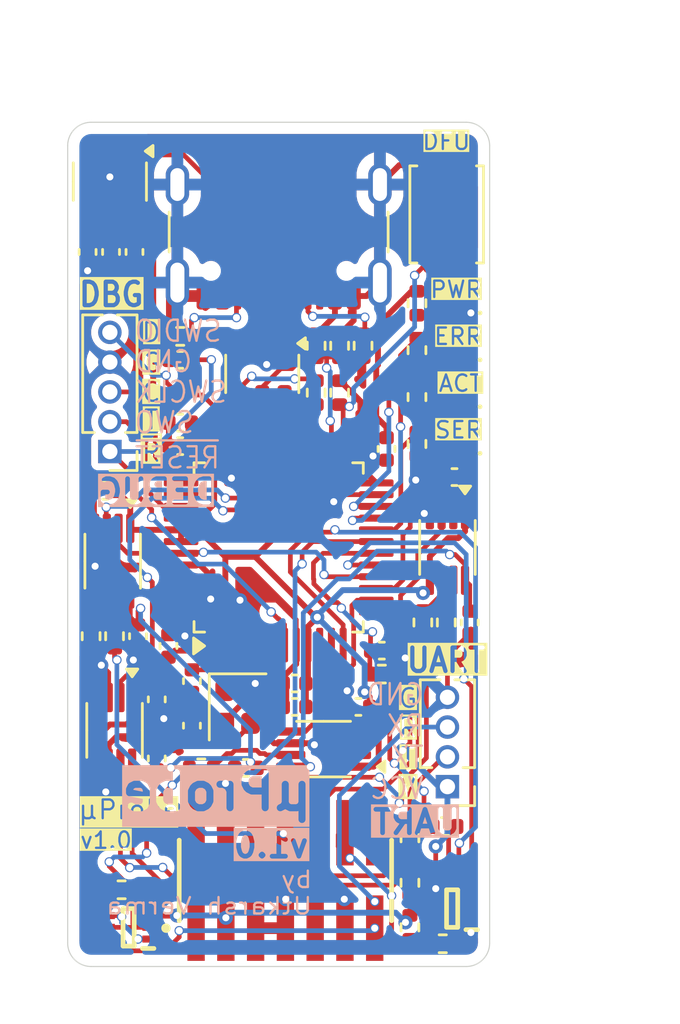
<source format=kicad_pcb>
(kicad_pcb (version 20241229) (generator "pcbnew") (generator_version "9.0")
  (title_block (title "μProbe") (date "2025-07-31") (rev "v1.0") (company "Utkarsh Verma") (comment 2 "(C) 2025 Utkarsh Verma") (comment 3 "License: CC-BY-SA 4.0"))
  (layers (0 "F.Cu" signal) (2 "B.Cu" signal) (13 "F.Paste" user) (15 "B.Paste" user) (5 "F.SilkS" user "F.Silkscreen") (7 "B.SilkS" user "B.Silkscreen") (1 "F.Mask" user) (3 "B.Mask" user) (25 "Edge.Cuts" user))
  (net 0 "")
  (net 1 "GND")
  (net 2 "+5V")
  (net 3 "/RX")
  (net 4 "/TX")
  (net 5 "/TVREF")
  (net 7 "Net-(Q1A-S)")
  (net 8 "+3.3V")
  (net 9 "/x~{RST}")
  (net 10 "/STM32F103 MCU/TRST")
  (net 11 "/TRST_SENSE")
  (net 12 "/USB_D+")
  (net 13 "/D+")
  (net 14 "/USB_D-")
  (net 15 "/D-")
  (net 16 "Net-(U2-BP)")
  (net 17 "/xRX")
  (net 18 "/xVREF")
  (net 19 "/xTDO")
  (net 20 "/TDO")
  (net 21 "/TDI")
  (net 22 "/xTDI")
  (net 23 "/TCK")
  (net 24 "/xTCK")
  (net 25 "/STM32F103 MCU/TVREF")
  (net 26 "/xTX")
  (net 27 "/xTMS")
  (net 28 "/TMS")
  (net 29 "/TMS_DIR")
  (net 31 "Net-(D1-A)")
  (net 32 "Net-(U7-PD1)")
  (net 33 "/STM32F103 MCU/~{FORCE_DFU}")
  (net 34 "/~{RESET}")
  (net 35 "/SWO")
  (net 37 "/STM32F103 MCU/ERROR_LED")
  (net 38 "/SWCLK")
  (net 40 "Net-(U7-PD0)")
  (net 41 "/STM32F103 MCU/IDLE{slash}RUN_LED")
  (net 43 "Net-(D2-A)")
  (net 44 "/STM32F103 MCU/UART_LED")
  (net 45 "Net-(D3-A)")
  (net 51 "/SWDIO")
  (net 52 "Net-(D4-A)")
  (net 54 "Net-(J1-CC2)")
  (net 55 "Net-(J1-CC1)")
  (net 56 "Net-(J2-JTDI{slash}NC)")
  (net 57 "Net-(J2-JTDO{slash}SWO)")
  (net 58 "Net-(J2-JTMS{slash}SWDIO)")
  (net 60 "Net-(J2-JCLK{slash}SWCLK)")
  (net 62 "Net-(J2-~{RST})")
  (net 64 "/~{ASSERT_TVREF}")
  (net 65 "Net-(U7-PB13)")
  (net 66 "Net-(U7-PA8)")
  (net 67 "/cTX")
  (net 68 "/cRX")
  (footprint "Package_TO_SOT_SMD:SOT-23-5" (layer "F.Cu") (at 68.2 88.4 -90)
    (property "Reference" "U2" (hide yes))
    (property "Value" "SPX3819M5-L-3-3")
  )
  (footprint "footprints:SAMTEC_FTSH-107-01-L-DV-K" (layer "F.Cu") (at 75.6875 118.2)
    (property "Reference" "J2" (hide yes))
    (property "Value" "Conn_ST_STDC14")
  )
  (footprint "Connector_USB:USB_C_Receptacle_GCT_USB4105-xx-A_16P_TopMnt_Horizontal" (layer "F.Cu") (at 75.4 89.6 180)
    (property "Reference" "J1" (hide yes))
    (property "Value" "USB_C_Receptacle_USB2.0_16P")
  )
  (footprint "Capacitor_SMD:C_0402_1005Metric" (layer "F.Cu") (at 71.7 111.6 90)
    (property "Reference" "C20" (hide yes))
    (property "Value" "12p")
  )
  (footprint "Resistor_SMD:R_0402_1005Metric" (layer "F.Cu") (at 81.3 93.587619 -90)
    (property "Reference" "R8" (hide yes))
    (property "Value" "330")
  )
  (footprint "Capacitor_SMD:C_0402_1005Metric" (layer "F.Cu") (at 76.08 109.8 180)
    (property "Reference" "C16" (hide yes))
    (property "Value" "100n")
  )
  (footprint "Package_TO_SOT_SMD:SOT-23-6" (layer "F.Cu") (at 74.7 96.6 -90)
    (property "Reference" "U1" (hide yes))
    (property "Value" "USBLC6-2SC6")
  )
  (footprint "footprints:SOTFL50P162X60-6N" (layer "F.Cu") (at 69 120.2 180)
    (property "Reference" "Q1" (hide yes))
    (property "Value" "DMG1023UV-7" (hide yes))
  )
  (footprint "Connector_PinHeader_1.27mm:PinHeader_1x04_P1.27mm_Vertical" (layer "F.Cu") (at 82.6 114.2 180)
    (property "Reference" "J4" (hide yes))
    (property "Value" "UART")
  )
  (footprint "Resistor_SMD:R_0402_1005Metric" (layer "F.Cu") (at 67.4 107.785 -90)
    (property "Reference" "R18" (hide yes))
    (property "Value" "100")
  )
  (footprint "Capacitor_SMD:C_0402_1005Metric" (layer "F.Cu") (at 74 113.4)
    (property "Reference" "C13" (hide yes))
    (property "Value" "100n")
  )
  (footprint "Capacitor_SMD:C_0402_1005Metric" (layer "F.Cu") (at 70.2 113 -90)
    (property "Reference" "C11" (hide yes))
    (property "Value" "100n")
  )
  (footprint "Resistor_SMD:R_0402_1005Metric" (layer "F.Cu") (at 81 116.4 90)
    (property "Reference" "R19" (hide yes))
    (property "Value" "100")
  )
  (footprint "Package_SO:VSSOP-8_2.3x2mm_P0.5mm" (layer "F.Cu") (at 68.32 104.585 -90)
    (property "Reference" "U3" (hide yes))
    (property "Value" "74LVC2T45DC")
  )
  (footprint "LED_SMD:LED_0402_1005Metric" (layer "F.Cu") (at 82.9 94 180)
    (property "Reference" "D1" (hide yes))
    (property "Value" "GREEN")
  )
  (footprint "Capacitor_SMD:C_0402_1005Metric" (layer "F.Cu") (at 70.7 108.2 90)
    (property "Reference" "C19" (hide yes))
    (property "Value" "100n")
  )
  (footprint "Capacitor_SMD:C_0402_1005Metric" (layer "F.Cu") (at 71.7 109.7 -90)
    (property "Reference" "C21" (hide yes))
    (property "Value" "12p")
  )
  (footprint "Resistor_SMD:R_0402_1005Metric" (layer "F.Cu") (at 81.55 107.2 -90)
    (property "Reference" "R17" (hide yes))
    (property "Value" "100")
  )
  (footprint "Button_Switch_SMD:SW_Push_SPST_NO_Alps_SKRK" (layer "F.Cu") (at 82.567143 89.8 -90)
    (property "Reference" "SW1" (hide yes))
    (property "Value" "DFU")
  )
  (footprint "Package_SO:VSSOP-8_2.3x2mm_P0.5mm" (layer "F.Cu") (at 82.6 104 -90)
    (property "Reference" "U4" (hide yes))
    (property "Value" "74LVC2T45DC")
  )
  (footprint "Resistor_SMD:R_0402_1005Metric" (layer "F.Cu") (at 78 97.4 -90)
    (property "Reference" "R3" (hide yes))
    (property "Value" "10k")
  )
  (footprint "Resistor_SMD:R_0402_1005Metric" (layer "F.Cu") (at 78 95.4 90)
    (property "Reference" "R21" (hide yes))
    (property "Value" "10k")
  )
  (footprint "Resistor_SMD:R_0402_1005Metric" (layer "F.Cu") (at 82.5 115.9)
    (property "Reference" "R2" (hide yes))
    (property "Value" "10k")
  )
  (footprint "Capacitor_SMD:C_0402_1005Metric" (layer "F.Cu") (at 76.08 110.8 180)
    (property "Reference" "C14" (hide yes))
    (property "Value" "1u")
  )
  (footprint "Capacitor_SMD:C_0402_1005Metric" (layer "F.Cu") (at 68 101.585 180)
    (property "Reference" "C6" (hide yes))
    (property "Value" "100n")
  )
  (footprint "Resistor_SMD:R_0402_1005Metric" (layer "F.Cu") (at 68.4 107.785 -90)
    (property "Reference" "R16" (hide yes))
    (property "Value" "100")
  )
  (footprint "Resistor_SMD:R_0402_1005Metric" (layer "F.Cu") (at 81.3 97.587619 -90)
    (property "Reference" "R11" (hide yes))
    (property "Value" "330")
  )
  (footprint "Capacitor_SMD:C_0402_1005Metric" (layer "F.Cu") (at 82.9 101 180)
    (property "Reference" "C8" (hide yes))
    (property "Value" "100n")
  )
  (footprint "LED_SMD:LED_0402_1005Metric" (layer "F.Cu") (at 82.9 98 180)
    (property "Reference" "D4" (hide yes))
    (property "Value" "YELLOW")
  )
  (footprint "Capacitor_SMD:C_0402_1005Metric" (layer "F.Cu") (at 71.2 98.68)
    (property "Reference" "C18" (hide yes))
    (property "Value" "100n")
  )
  (footprint "Resistor_SMD:R_0402_1005Metric" (layer "F.Cu") (at 79.8 109.4 180)
    (property "Reference" "R1" (hide yes))
    (property "Value" "4.7k")
  )
  (footprint "Capacitor_SMD:C_0402_1005Metric" (layer "F.Cu") (at 83.55 107.2 90)
    (property "Reference" "C9" (hide yes))
    (property "Value" "100n")
  )
  (footprint "Package_SO:VSSOP-8_2.3x2mm_P0.5mm" (layer "F.Cu") (at 68.4 111.8 -90)
    (property "Reference" "U5" (hide yes))
    (property "Value" "74LVC2T45DC")
  )
  (footprint "Resistor_SMD:R_0402_1005Metric" (layer "F.Cu") (at 81 120.2 -90)
    (property "Reference" "R7" (hide yes))
    (property "Value" "10k")
  )
  (footprint "LED_SMD:LED_0402_1005Metric" (layer "F.Cu") (at 82.9 96 180)
    (property "Reference" "D3" (hide yes))
    (property "Value" "RED")
  )
  (footprint "Capacitor_SMD:C_0402_1005Metric" (layer "F.Cu") (at 69.25 91.4 -90)
    (property "Reference" "C5" (hide yes))
    (property "Value" "4.7u")
  )
  (footprint "footprints:SOTFL50P162X60-6N" (layer "F.Cu") (at 82.8 119.4 180)
    (property "Reference" "Q2" (hide yes))
    (property "Value" "DMG1024UV-7" (hide yes))
  )
  (footprint "Resistor_SMD:R_0402_1005Metric" (layer "F.Cu") (at 72.1 113.4 180)
    (property "Reference" "R15" (hide yes))
    (property "Value" "100")
  )
  (footprint "Package_QFP:LQFP-48_7x7mm_P0.5mm" (layer "F.Cu") (at 75.4 104 90)
    (property "Reference" "U7" (hide yes))
    (property "Value" "STM32F103CBTx")
  )
  (footprint "Resistor_SMD:R_0402_1005Metric" (layer "F.Cu") (at 77 95.4 -90)
    (property "Reference" "R20" (hide yes))
    (property "Value" "4.7k")
  )
  (footprint "Capacitor_SMD:C_0402_1005Metric" (layer "F.Cu") (at 71.2 96)
    (property "Reference" "C2" (hide yes))
    (property "Value" "100n")
  )
  (footprint "Resistor_SMD:R_0402_1005Metric" (layer "F.Cu") (at 71.2 95 180)
    (property "Reference" "R5" (hide yes))
    (property "Value" "5.1k")
  )
  (footprint "LED_SMD:LED_0402_1005Metric" (layer "F.Cu") (at 82.9 99.987619 180)
    (property "Reference" "D2" (hide yes))
    (property "Value" "ORANGE")
  )
  (footprint "Resistor_SMD:R_0402_1005Metric" (layer "F.Cu") (at 81 118.3 -90)
    (property "Reference" "R12" (hide yes))
    (property "Value" "100")
  )
  (footprint "Capacitor_SMD:C_0402_1005Metric" (layer "F.Cu") (at 70.2 110.48 -90)
    (property "Reference" "C10" (hide yes))
    (property "Value" "100n")
  )
  (footprint "footprints:Crystal_4P_GND24" (layer "F.Cu") (at 73.65 110.8 -90)
    (property "Reference" "Y1" (hide yes))
    (property "Value" "8 MHz")
  )
  (footprint "Capacitor_SMD:C_0402_1005Metric" (layer "F.Cu") (at 71.2 99.68)
    (property "Reference" "C15" (hide yes))
    (property "Value" "4.7u")
  )
  (footprint "Capacitor_SMD:C_0402_1005Metric" (layer "F.Cu") (at 79.8 108.4)
    (property "Reference" "C1" (hide yes))
    (property "Value" "100n")
  )
  (footprint "Capacitor_SMD:C_0402_1005Metric" (layer "F.Cu") (at 67.25 91.4 -90)
    (property "Reference" "C4" (hide yes))
    (property "Value" "10n")
  )
  (footprint "Resistor_SMD:R_0402_1005Metric" (layer "F.Cu") (at 68.7 118.6)
    (property "Reference" "R6" (hide yes))
    (property "Value" "10k")
  )
  (footprint "Resistor_SMD:R_0402_1005Metric" (layer "F.Cu") (at 79 95.4 -90)
    (property "Reference" "R4" (hide yes))
    (property "Value" "5.1k")
  )
  (footprint "Capacitor_SMD:C_0402_1005Metric" (layer "F.Cu") (at 68.25 91.4 -90)
    (property "Reference" "C3" (hide yes))
    (property "Value" "4.7u")
  )
  (footprint "Capacitor_SMD:C_0402_1005Metric" (layer "F.Cu") (at 80 99.8 -90)
    (property "Reference" "C17" (hide yes))
    (property "Value" "100n")
  )
  (footprint "Capacitor_SMD:C_0402_1005Metric" (layer "F.Cu") (at 69.4 107.785 90)
    (property "Reference" "C7" (hide yes))
    (property "Value" "100n")
  )
  (footprint "Resistor_SMD:R_0402_1005Metric" (layer "F.Cu") (at 81.3 99.587619 -90)
    (property "Reference" "R9" (hide yes))
    (property "Value" "330")
  )
  (footprint "Capacitor_SMD:C_0402_1005Metric" (layer "F.Cu") (at 78.8 110.8 180)
    (property "Reference" "C12" (hide yes))
    (property "Value" "100n")
  )
  (footprint "Package_SO:VSSOP-8_2.3x2mm_P0.5mm" (layer "F.Cu") (at 77.315 112.6 180)
    (property "Reference" "U6" (hide yes))
    (property "Value" "74LVC2T45DC")
  )
  (footprint "Resistor_SMD:R_0402_1005Metric" (layer "F.Cu") (at 82.55 107.2 -90)
    (property "Reference" "R14" (hide yes))
    (property "Value" "100")
  )
  (footprint "Resistor_SMD:R_0402_1005Metric" (layer "F.Cu") (at 77 97.4 90)
    (property "Reference" "R22" (hide yes))
    (property "Value" "1.5k")
  )
  (footprint "Resistor_SMD:R_0402_1005Metric" (layer "F.Cu") (at 81.3 95.587619 -90)
    (property "Reference" "R10" (hide yes))
    (property "Value" "330")
  )
  (footprint "Resistor_SMD:R_0402_1005Metric" (layer "F.Cu") (at 82.4 120.9 180)
    (property "Reference" "R13" (hide yes))
    (property "Value" "100")
  )
  (footprint "Connector_PinHeader_1.27mm:PinHeader_1x05_P1.27mm_Vertical" (layer "F.Cu") (at 68.2 99.908999 180)
    (property "Reference" "J3" (hide yes))
    (property "Value" "DEBUG")
  )
  (gr_arc (start 84.4 120.87) (mid 84.107107 121.577107) (end 83.4 121.87) (stroke (width 0.05)) (layer "Edge.Cuts"))
  (gr_line (start 84.4 86.87) (end 84.4 120.87) (stroke (width 0.05)) (layer "Edge.Cuts"))
  (gr_arc (start 83.4 85.87) (mid 84.107107 86.162893) (end 84.4 86.87) (stroke (width 0.05)) (layer "Edge.Cuts"))
  (gr_line (start 67.4 85.87) (end 83.4 85.87) (stroke (width 0.05)) (layer "Edge.Cuts"))
  (gr_arc (start 67.4 121.87) (mid 66.692893 121.577107) (end 66.4 120.87) (stroke (width 0.05)) (layer "Edge.Cuts"))
  (gr_line (start 66.4 120.87) (end 66.4 86.87) (stroke (width 0.05)) (layer "Edge.Cuts"))
  (gr_line (start 83.4 121.87) (end 67.4 121.87) (stroke (width 0.05)) (layer "Edge.Cuts"))
  (gr_arc (start 66.4 86.87) (mid 66.692893 86.162893) (end 67.4 85.87) (stroke (width 0.05)) (layer "Edge.Cuts"))
  (gr_text "ERR" (at 81.971428 95.412381 0) (layer "F.SilkS" knockout) (effects (font (size 0.7 0.7) (thickness 0.1)) (justify left bottom)))
  (gr_text "C" (at 69.5 97.85 0) (layer "F.SilkS" knockout) (effects (font (size 0.8 0.8) (thickness 0.1)) (justify left bottom)))
  (gr_text "ACT" (at 82.171428 97.412381 0) (layer "F.SilkS" knockout) (effects (font (size 0.7 0.7) (thickness 0.1)) (justify left bottom)))
  (gr_text "V" (at 80.507143 114.7 0) (layer "F.SilkS" knockout) (effects (font (size 0.8 0.8) (thickness 0.1)) (justify left bottom)))
  (gr_text "UART" (at 80.77 109.4 0) (layer "F.SilkS" knockout) (effects (font (size 1 0.9) (thickness 0.18) (bold yes)) (justify left bottom)))
  (gr_text "v1.0" (at 66.875 116.9 0) (layer "F.SilkS" knockout) (effects (font (size 0.7 0.7) (thickness 0.1)) (justify left bottom)))
  (gr_text "T\n" (at 80.545238 113.433333 0) (layer "F.SilkS" knockout) (effects (font (size 0.8 0.8) (thickness 0.1)) (justify left bottom)))
  (gr_text "R" (at 80.45 112.166667 0) (layer "F.SilkS" knockout) (effects (font (size 0.8 0.8) (thickness 0.1)) (justify left bottom)))
  (gr_text "μProbe" (at 66.8 115.65 0) (layer "F.SilkS" knockout) (effects (font (size 0.8 0.8) (thickness 0.1)) (justify left bottom)))
  (gr_text "DFU" (at 81.470477 87.1 0) (layer "F.SilkS" knockout) (effects (font (size 0.7 0.7) (thickness 0.1)) (justify left bottom)))
  (gr_text "D" (at 69.499127 95.3 0) (layer "F.SilkS" knockout) (effects (font (size 0.8 0.8) (thickness 0.1)) (justify left bottom)))
  (gr_text "G" (at 69.5 96.6 0) (layer "F.SilkS" knockout) (effects (font (size 0.8 0.8) (thickness 0.1)) (justify left bottom)))
  (gr_text "~{R}" (at 69.499127 100.4 0) (layer "F.SilkS" knockout) (effects (font (size 0.8 0.8) (thickness 0.1) (bold yes)) (justify left bottom)))
  (gr_text "G\n" (at 80.45 110.9 0) (layer "F.SilkS" knockout) (effects (font (size 0.8 0.8) (thickness 0.1)) (justify left bottom)))
  (gr_text "DBG" (at 66.79 93.8 0) (layer "F.SilkS" knockout) (effects (font (size 1 0.9) (thickness 0.18) (bold yes)) (justify left bottom)))
  (gr_text "T" (at 69.594365 99.025 0) (layer "F.SilkS" knockout) (effects (font (size 0.8 0.8) (thickness 0.1) (bold yes)) (justify left bottom)))
  (gr_text "PWR" (at 81.804761 93.412381 0) (layer "F.SilkS" knockout) (effects (font (size 0.7 0.7) (thickness 0.1)) (justify left bottom)))
  (gr_text "SER" (at 82.004761 99.4 0) (layer "F.SilkS" knockout) (effects (font (size 0.7 0.7) (thickness 0.1)) (justify left bottom)))
  (gr_text "SWCLK" (at 73.254761 97.9 0) (layer "B.SilkS") (effects (font (size 0.9 0.8) (thickness 0.1)) (justify left bottom mirror)))
  (gr_text "~{RESET}" (at 72.95 100.7 0) (layer "B.SilkS") (effects (font (size 0.9 0.8) (thickness 0.1)) (justify left bottom mirror)))
  (gr_text "GND" (at 71.769046 96.6 0) (layer "B.SilkS") (effects (font (size 0.9 0.8) (thickness 0.1)) (justify left bottom mirror)))
  (gr_text "SWO" (at 71.845237 99.2 0) (layer "B.SilkS") (effects (font (size 0.9 0.8) (thickness 0.1)) (justify left bottom mirror)))
  (gr_text "by\nUtkarsh Verma" (at 76.9 119.7 0) (layer "B.SilkS") (effects (font (size 0.7 0.8) (thickness 0.1)) (justify left bottom mirror)))
  (gr_text "DEBUG" (at 72.8 102.2 0) (layer "B.SilkS" knockout) (effects (font (size 1 1) (thickness 0.2) (bold yes)) (justify left bottom mirror)))
  (gr_text "v1.0" (at 76.775 117.3 0) (layer "B.SilkS" knockout) (effects (font (size 1 1) (thickness 0.2) (bold yes)) (justify left bottom mirror)))
  (gr_text "VCC" (at 81.65 114.8 0) (layer "B.SilkS") (effects (font (size 0.9 0.8) (thickness 0.1)) (justify left bottom mirror)))
  (gr_text "TX" (at 81.65 113.466667 0) (layer "B.SilkS") (effects (font (size 0.9 0.8) (thickness 0.1)) (justify left bottom mirror)))
  (gr_text "SWDIO" (at 73.026189 95.3 0) (layer "B.SilkS") (effects (font (size 0.9 0.8) (thickness 0.1)) (justify left bottom mirror)))
  (gr_text "μProbe" (at 76.95 115.3 0) (layer "B.SilkS" knockout) (effects (font (size 1.5 1.5) (thickness 0.3) (bold yes)) (justify left bottom mirror)))
  (gr_text "RX" (at 81.65 112.133333 0) (layer "B.SilkS") (effects (font (size 0.9 0.8) (thickness 0.1)) (justify left bottom mirror)))
  (gr_text "UART" (at 83.25 116.3 0) (layer "B.SilkS" knockout) (effects (font (size 1 1) (thickness 0.2) (bold yes)) (justify left bottom mirror)))
  (gr_text "GND" (at 81.65 110.8 0) (layer "B.SilkS") (effects (font (size 0.9 0.8) (thickness 0.1)) (justify left bottom mirror)))
  (segment (start 71.54 110.96) (end 71.7 111.12) (width 0.25) (layer "F.Cu") (net 1))
  (segment (start 71.7 110.18) (end 71.7 111.12) (width 0.25) (layer "F.Cu") (net 1))
  (segment (start 82.514 118.9) (end 81.966 118.9) (width 0.25) (layer "F.Cu") (net 1))
  (segment (start 68.15 114.30053) (end 68.025265 114.425265) (width 0.25) (layer "F.Cu") (net 1))
  (segment (start 82.538 119.438) (end 82.538 118.924) (width 0.25) (layer "F.Cu") (net 1))
  (segment (start 70.05 112.05) (end 70.2 112.2) (width 0.25) (layer "F.Cu") (net 1))
  (segment (start 75.6 110.8) (end 75.6 109.8) (width 0.25) (layer "F.Cu") (net 1))
  (segment (start 82.567143 87.7) (end 80.545 87.7) (width 0.25) (layer "F.Cu") (net 1))
  (segment (start 75.315823 106.25) (end 73.751 106.25) (width 0.2) (layer "F.Cu") (net 1))
  (segment (start 79.145 93.28) (end 79.72 92.705) (width 0.25) (layer "F.Cu") (net 1))
  (segment (start 67.57 103.185) (end 67.57 104.8) (width 0.25) (layer "F.Cu") (net 1))
  (segment (start 82.6 108.63) (end 82.6 110.39) (width 0.2) (layer "F.Cu") (net 1))
  (segment (start 72.147089 106.147089) (end 72.044178 106.25) (width 0.25) (layer "F.Cu") (net 1))
  (segment (start 68.15 109.335443) (end 67.835917 109.02136) (width 0.2) (layer "F.Cu") (net 1))
  (segment (start 83.65 107.68) (end 83.65 107.55) (width 0.25) (layer "F.Cu") (net 1))
  (segment (start 76.15 107.084177) (end 76.15 108.1625) (width 0.2) (layer "F.Cu") (net 1))
  (segment (start 74.926 111.474) (end 74.926 112.073202) (width 0.25) (layer "F.Cu") (net 1))
  (segment (start 75.6 109.8) (end 75.6 109.519178) (width 0.25) (layer "F.Cu") (net 1))
  (segment (start 83.634 119.9) (end 83 119.9) (width 0.25) (layer "F.Cu") (net 1))
  (segment (start 75.6875 120.235) (end 75.6875 119.0125) (width 0.25) (layer "F.Cu") (net 1))
  (segment (start 72.2 106.2) (end 72.5 106.2) (width 0.25) (layer "F.Cu") (net 1))
  (segment (start 83 119.9) (end 82.538 119.438) (width 0.25) (layer "F.Cu") (net 1))
  (segment (start 72.044178 104.75) (end 72.4 105.105822) (width 0.25) (layer "F.Cu") (net 1))
  (segment (start 72.4 105.894178) (end 72.147089 106.147089) (width 0.25) (layer "F.Cu") (net 1))
  (segment (start 67.2 91.88) (end 67.2 92.2) (width 0.25) (layer "F.Cu") (net 1))
  (segment (start 74.2 110.1) (end 74.2 110.300582) (width 0.25) (layer "F.Cu") (net 1))
  (segment (start 71.68 99.68) (end 71.68 98.68) (width 0.25) (layer "F.Cu") (net 1))
  (segment (start 72.4 105.105822) (end 72.4 105.894178) (width 0.25) (layer "F.Cu") (net 1))
  (segment (start 78.972904 95.88) (end 78.012904 94.92) (width 0.25) (layer "F.Cu") (net 1))
  (segment (start 69.4 108.265) (end 69.349 108.265) (width 0.25) (layer "F.Cu") (net 1))
  (segment (start 83.385 94) (end 83.6 94) (width 0.25) (layer "F.Cu") (net 1))
  (segment (start 82.42 101) (end 81.37342 101) (width 0.25) (layer "F.Cu") (net 1))
  (segment (start 78.6 94.32) (end 78.6 93.28) (width 0.25) (layer "F.Cu") (net 1))
  (segment (start 81.85 102.6) (end 81.662 102.6) (width 0.2) (layer "F.Cu") (net 1))
  (segment (start 70.2 110.96) (end 70.2 111) (width 0.25) (layer "F.Cu") (net 1))
  (segment (start 70.2 112.2) (end 70.2 112.52) (width 0.25) (layer "F.Cu") (net 1))
  (segment (start 79 95.88) (end 78.972904 95.88) (width 0.25) (layer "F.Cu") (net 1))
  (segment (start 69.349 108.265) (end 69.21 108.404) (width 0.25) (layer "F.Cu") (net 1))
  (segment (start 74.2 110.000756) (end 74.400001 109.800755) (width 0.25) (layer "F.Cu") (net 1))
  (segment (start 67.52 103.135) (end 67.57 103.185) (width 0.25) (layer "F.Cu") (net 1))
  (segment (start 79.5625 101.75) (end 78.05 101.75) (width 0.2) (layer "F.Cu") (net 1))
  (segment (start 70.68 111.12) (end 70.5 111.3) (width 0.25) (layer "F.Cu") (net 1))
  (segment (start 83.385 96) (end 83.385 98) (width 0.25) (layer "F.Cu") (net 1))
  (segment (start 73.52 113.4) (end 73.52 113.674267) (width 0.25) (layer "F.Cu") (net 1))
  (segment (start 76.15 107.084177) (end 75.315823 106.25) (width 0.2) (layer "F.Cu") (net 1))
  (segment (start 70.72 93.065) (end 71.08 92.705) (width 0.25) (layer "F.Cu") (net 1))
  (segment (start 76.92336 112.415421) (end 76.857939 112.35) (width 0.25) (layer "F.Cu") (net 1))
  (segment (start 73.52 113.674267) (end 73.131398 114.062869) (width 0.25) (layer "F.Cu") (net 1))
  (segment (start 78.32 110.112354) (end 78.32 110.8) (width 0.25) (layer "F.Cu") (net 1))
  (segment (start 73.15 99.030822) (end 73.15 99.8375) (width 0.25) (layer "F.Cu") (net 1))
  (segment (start 78 94.92) (end 78.6 94.32) (width 0.25) (layer "F.Cu") (net 1))
  (segment (start 70.7 107.72) (end 71.345 107.72) (width 0.25) (layer "F.Cu") (net 1))
  (segment (start 81.37342 101) (end 81.246488 101.126932) (width 0.25) (layer "F.Cu") (net 1))
  (segment (start 70.2 111) (end 70.5 111.3) (width 0.25) (layer "F.Cu") (net 1))
  (segment (start 72.799178 98.68) (end 73.15 99.030822) (width 0.25) (layer "F.Cu") (net 1))
  (segment (start 82.42 100.976337) (end 83.385 100.011337) (width 0.25) (layer "F.Cu") (net 1))
  (segment (start 70.72 95) (end 70.72 93.065) (width 0.25) (layer "F.Cu") (net 1))
  (segment (start 83.634 119.9) (end 83.634 120.38842) (width 0.25) (layer "F.Cu") (net 1))
  (segment (start 83.385 98) (end 83.385 99.987619) (width 0.25) (layer "F.Cu") (net 1))
  (segment (start 73.1 111.400582) (end 73.1 111.5) (width 0.25) (layer "F.Cu") (net 1))
  (segment (start 68.15 113.2) (end 68.15 112.4) (width 0.25) (layer "F.Cu") (net 1))
  (segment (start 83.385 94) (end 83.385 96) (width 0.25) (layer "F.Cu") (net 1))
  (segment (start 68.15 113.2) (end 68.15 114.30053) (width 0.25) (layer "F.Cu") (net 1))
  (segment (start 76.857939 112.35) (end 75.915 112.35) (width 0.25) (layer "F.Cu") (net 1))
  (segment (start 83.65 107.55) (end 83.6 107.5) (width 0.25) (layer "F.Cu") (net 1))
  (segment (start 70.2 112.52) (end 70.2 110.96) (width 0.25) (layer "F.Cu") (net 1))
  (segment (start 76.15 108.969178) (end 76.15 108.1625) (width 0.25) (layer "F.Cu") (net 1))
  (segment (start 67.52 101.585) (end 67.52 103.135) (width 0.25) (layer "F.Cu") (net 1))
  (segment (start 71.68 98.68) (end 72.799178 98.68) (width 0.25) (layer "F.Cu") (net 1))
  (segment (start 72.147089 106.147089) (end 72.2 106.2) (width 0.25) (layer "F.Cu") (net 1))
  (segment (start 82.65 116.23) (end 82.65 117.999883) (width 0.2) (layer "F.Cu") (net 1))
  (segment (start 80.08 93.065) (end 79.72 92.705) (width 0.25) (layer "F.Cu") (net 1))
  (segment (start 75.6 110.8) (end 74.926 111.474) (width 0.25) (layer "F.Cu") (net 1))
  (segment (start 81.966 118.9) (end 81.966 118.683883) (width 0.25) (layer "F.Cu") (net 1))
  (segment (start 78.715 111.85) (end 78.715 112.35) (width 0.25) (layer "F.Cu") (net 1))
  (segment (start 80.48515 108.4) (end 80.798 108.71285) (width 0.2) (layer "F.Cu") (net 1))
  (segment (start 82.98 115.9) (end 82.65 116.23) (width 0.2) (layer "F.Cu") (net 1))
  (segment (start 71.655 93.28) (end 71.08 92.705) (width 0.25) (layer "F.Cu") (net 1))
  (segment (start 72.2 93.28) (end 71.655 93.28) (width 0.25) (layer "F.Cu") (net 1))
  (segment (start 82.42 101) (end 82.42 100.976337) (width 0.25) (layer "F.Cu") (net 1))
  (segment (start 78.05 101.75) (end 77.75 102.05) (width 0.2) (layer "F.Cu") (net 1))
  (segment (start 68.15 110.4) (end 67.65 110.4) (width 0.2) (layer "F.Cu") (net 1))
  (segment (start 73.15 100.809092) (end 73.385025 101.044117) (width 0.25) (layer "F.Cu") (net 1))
  (segment (start 78.32 111.455) (end 78.715 111.85) (width 0.25) (layer "F.Cu") (net 1))
  (segment (start 68.5 112.05) (end 70.05 112.05) (width 0.25) (layer "F.Cu") (net 1))
  (segment (start 78.2275 120.235) (end 78.2275 119.0275) (width 0.25) (layer "F.Cu") (net 1))
  (segment (start 74.7 95.4625) (end 74.7 96.012769) (width 0.25) (layer "F.Cu") (net 1))
  (segment (start 67.57 105.985) (end 67.57 104.8) (width 0.25) (layer "F.Cu") (net 1))
  (segment (start 80.545 87.7) (end 79.72 88.525) (width 0.25) (layer "F.Cu") (net 1))
  (segment (start 74.926 112.073202) (end 75.202798 112.35) (width 0.25) (layer "F.Cu") (net 1))
  (segment (start 72.08 111.5) (end 71.7 111.12) (width 0.25) (layer "F.Cu") (net 1))
  (segment (start 81.966 118.683883) (end 82.1 118.549883) (width 0.25) (layer "F.Cu") (net 1))
  (segment (start 74.2 110.300582) (end 73.1 111.400582) (width 0.25) (layer "F.Cu") (net 1))
  (segment (start 83.634 120.38842) (end 83.6 120.42242) (width 0.25) (layer "F.Cu") (net 1))
  (segment (start 81.662 102.6) (end 81.612 102.55) (width 0.2) (layer "F.Cu") (net 1))
  (segment (start 71.7 111.12) (end 70.68 111.12) (width 0.25) (layer "F.Cu") (net 1))
  (segment (start 73.1 111.5) (end 72.08 111.5) (width 0.25) (layer "F.Cu") (net 1))
  (segment (start 71.2375 104.75) (end 72.044178 104.75) (width 0.25) (layer "F.Cu") (net 1))
  (segment (start 74.7 96.012769) (end 74.887231 96.2) (width 0.25) (layer "F.Cu") (net 1))
  (segment (start 83.385 100.011337) (end 83.385 99.987619) (width 0.25) (layer "F.Cu") (net 1))
  (segment (start 69.4 108.6) (end 69.2 108.8) (width 0.25) (layer "F.Cu") (net 1))
  (segment (start 69.4 108.265) (end 69.4 108.6) (width 0.25) (layer "F.Cu") (net 1))
  (segment (start 78.32 110.8) (end 78.32 111.455) (width 0.25) (layer "F.Cu") (net 1))
  (segment (start 75.202798 112.35) (end 75.915 112.35) (width 0.25) (layer "F.Cu") (net 1))
  (segment (start 74.2 110.1) (end 74.2 110.000756) (width 0.25) (layer "F.Cu") (net 1))
  (segment (start 82.65 117.999883) (end 82.1 118.549883) (width 0.2) (layer "F.Cu") (net 1))
  (segment (start 67.57 103.897202) (end 67.57 103.185) (width 0.25) (layer "F.Cu") (net 1))
  (segment (start 78.012904 94.92) (end 78 94.92) (width 0.25) (layer "F.Cu") (net 1))
  (segment (start 79.603192 100.28) (end 79.425 100.101808) (width 0.25) (layer "F.Cu") (net 1))
  (segment (start 68.2 87.2625) (end 68.2 88.2) (width 0.2) (layer "F.Cu") (net 1))
  (segment (start 82.538 118.924) (end 82.514 118.9) (width 0.25) (layer "F.Cu") (net 1))
  (segment (start 68.15 112.4) (end 68.5 112.05) (width 0.25) (layer "F.Cu") (net 1))
  (segment (start 73.15 99.8375) (end 73.15 100.809092) (width 0.25) (layer "F.Cu") (net 1))
  (segment (start 68.2 91.88) (end 67.2 91.88) (width 0.25) (layer "F.Cu") (net 1))
  (segment (start 68.15 110.4) (end 68.15 109.335443) (width 0.2) (layer "F.Cu") (net 1))
  (segment (start 80 100.28) (end 79.603192 100.28) (width 0.25) (layer "F.Cu") (net 1))
  (segment (start 78.6 93.28) (end 79.145 93.28) (width 0.25) (layer "F.Cu") (net 1))
  (segment (start 69.2 91.88) (end 68.2 91.88) (width 0.25) (layer "F.Cu") (net 1))
  (segment (start 80.28 108.4) (end 80.48515 108.4) (width 0.2) (layer "F.Cu") (net 1))
  (segment (start 71.345 107.72) (end 71.4 107.775) (width 0.25) (layer "F.Cu") (net 1))
  (segment (start 75.6 109.519178) (end 76.15 108.969178) (width 0.25) (layer "F.Cu") (net 1))
  (segment (start 75.6875 120.235) (end 74.4175 120.235) (width 0.25) (layer "F.Cu") (net 1))
  (segment (start 70.72 96) (end 70.72 95) (width 0.25) (layer "F.Cu") (net 1))
  (segment (start 75.6875 119.0125) (end 75.7 119) (width 0.25) (layer "F.Cu") (net 1))
  (segment (start 78.2275 119.0275) (end 78.2 119) (width 0.25) (layer "F.Cu") (net 1))
  (segment (start 83.55 107.68) (end 82.6 108.63) (width 0.2) (layer "F.Cu") (net 1))
  (segment (start 72.044178 106.25) (end 71.2375 106.25) (width 0.25) (layer "F.Cu") (net 1))
  (via (at 76.92336 112.415421) (size 0.6) (drill 0.3) (layers "F.Cu" "B.Cu") (net 1))
  (via (at 74.887231 96.2) (size 0.6) (drill 0.3) (layers "F.Cu" "B.Cu") (net 1))
  (via (at 73.131398 114.062869) (size 0.6) (drill 0.3) (layers "F.Cu" "B.Cu") (net 1))
  (via (at 71.4 107.775) (size 0.6) (drill 0.3) (layers "F.Cu" "B.Cu") (net 1))
  (via (at 68.2 88.2) (size 0.6) (drill 0.3) (layers "F.Cu" "B.Cu") (net 1))
  (via (at 68.025265 114.425265) (size 0.6) (drill 0.3) (layers "F.Cu" "B.Cu") (net 1))
  (via (at 77.75 102.05) (size 0.6) (drill 0.3) (layers "F.Cu" "B.Cu") (net 1))
  (via (at 78.2 119) (size 0.6) (drill 0.3) (layers "F.Cu" "B.Cu") (net 1))
  (via (at 79.425 100.101808) (size 0.6) (drill 0.3) (layers "F.Cu" "B.Cu") (net 1))
  (via (at 81.246488 101.126932) (size 0.6) (drill 0.3) (layers "F.Cu" "B.Cu") (net 1))
  (via (at 80.798 108.71285) (size 0.6) (drill 0.3) (layers "F.Cu" "B.Cu") (net 1))
  (via (at 73.385025 101.044117) (size 0.6) (drill 0.3) (layers "F.Cu" "B.Cu") (net 1))
  (via (at 67.25 92.2) (size 0.6) (drill 0.3) (layers "F.Cu" "B.Cu") (net 1))
  (via (at 67.835917 109.02136) (size 0.6) (drill 0.3) (layers "F.Cu" "B.Cu") (net 1))
  (via (at 83.6 120.42242) (size 0.6) (drill 0.3) (layers "F.Cu" "B.Cu") (net 1))
  (via (at 67.57 104.8) (size 0.6) (drill 0.3) (layers "F.Cu" "B.Cu") (net 1))
  (via (at 78.32 110.112354) (size 0.6) (drill 0.3) (layers "F.Cu" "B.Cu") (net 1))
  (via (at 74.400001 109.800755) (size 0.6) (drill 0.3) (layers "F.Cu" "B.Cu") (net 1))
  (via (at 73.751 106.25) (size 0.6) (drill 0.3) (layers "F.Cu" "B.Cu") (net 1))
  (via (at 82.1 118.549883) (size 0.6) (drill 0.3) (layers "F.Cu" "B.Cu") (net 1))
  (via (at 81.612 102.55) (size 0.6) (drill 0.3) (layers "F.Cu" "B.Cu") (net 1))
  (via (at 72.5 106.2) (size 0.6) (drill 0.3) (layers "F.Cu" "B.Cu") (net 1))
  (via (at 83.6 94) (size 0.6) (drill 0.3) (layers "F.Cu" "B.Cu") (net 1))
  (via (at 69.2 108.8) (size 0.6) (drill 0.3) (layers "F.Cu" "B.Cu") (net 1))
  (via (at 75.7 119) (size 0.6) (drill 0.3) (layers "F.Cu" "B.Cu") (net 1))
  (via (at 70.5 111.3) (size 0.6) (drill 0.3) (layers "F.Cu" "B.Cu") (net 1))
  (segment (start 71.4 107.775) (end 71.4 107.745123) (width 0.25) (layer "B.Cu") (net 1))
  (segment (start 72.55 106.25) (end 72.5 106.2) (width 0.2) (layer "B.Cu") (net 1))
  (segment (start 71.08 92.705) (end 71.106 92.731) (width 0.2) (layer "B.Cu") (net 1))
  (segment (start 69.2 108.8) (end 69.2 108.756126) (width 0.25) (layer "B.Cu") (net 1))
  (segment (start 73.131398 113.931398) (end 73.131398 114.062869) (width 0.25) (layer "B.Cu") (net 1))
  (segment (start 79.694 92.731) (end 79.72 92.705) (width 0.2) (layer "B.Cu") (net 1))
  (segment (start 77 94.92) (end 77.8 94.12) (width 0.25) (layer "F.Cu") (net 2))
  (segment (start 76.429 95.461) (end 77 94.89) (width 0.2) (layer "F.Cu") (net 2))
  (segment (start 77.8 93.28) (end 77.8 92.706364) (width 0.25) (layer "F.Cu") (net 2))
  (segment (start 69.15 87.2625) (end 71.350285 87.2625) (width 0.2) (layer "F.Cu") (net 2))
  (segment (start 73 92.705001) (end 73 93.28) (width 0.25) (layer "F.Cu") (net 2))
  (segment (start 77.8 94.12) (end 77.8 93.28) (width 0.25) (layer "F.Cu") (net 2))
  (segment (start 75.490463 96.376) (end 75.970256 96.376) (width 0.2) (layer "F.Cu") (net 2))
  (segment (start 68.25 88.884032) (end 68.2 88.834032) (width 0.2) (layer "F.Cu") (net 2))
  (segment (start 77.071636 91.978) (end 73.727001 91.978) (width 0.25) (layer "F.Cu") (net 2))
  (segment (start 73.727001 91.978) (end 73.211 92.494001) (width 0.25) (layer "F.Cu") (net 2))
  (segment (start 74.7 97.7375) (end 74.7 97.166463) (width 0.2) (layer "F.Cu") (net 2))
  (segment (start 73.727001 89.639216) (end 73.727001 91.978) (width 0.2) (layer "F.Cu") (net 2))
  (segment (start 76.429 95.917256) (end 76.429 95.461) (width 0.2) (layer "F.Cu") (net 2))
  (segment (start 67.25 88.099943) (end 67.984089 88.834032) (width 0.2) (layer "F.Cu") (net 2))
  (segment (start 68.25 90.92) (end 68.25 88.884032) (width 0.2) (layer "F.Cu") (net 2))
  (segment (start 67.25 87.2625) (end 67.25 88.099943) (width 0.2) (layer "F.Cu") (net 2))
  (segment (start 75.970256 96.376) (end 76.429 95.917256) (width 0.2) (layer "F.Cu") (net 2))
  (segment (start 74.7 97.166463) (end 75.490463 96.376) (width 0.2) (layer "F.Cu") (net 2))
  (segment (start 77.8 92.706364) (end 77.071636 91.978) (width 0.25) (layer "F.Cu") (net 2))
  (segment (start 71.350285 87.2625) (end 73.727001 89.639216) (width 0.2) (layer "F.Cu") (net 2))
  (segment (start 73.211 92.494001) (end 73 92.705001) (width 0.25) (layer "F.Cu") (net 2))
  (segment (start 69.15 88.233032) (end 69.15 87.2625) (width 0.2) (layer "F.Cu") (net 2))
  (segment (start 68.2 88.834032) (end 68.549 88.834032) (width 0.2) (layer "F.Cu") (net 2))
  (segment (start 68.549 88.834032) (end 69.15 88.233032) (width 0.2) (layer "F.Cu") (net 2))
  (segment (start 67.984089 88.834032) (end 68.2 88.834032) (width 0.2) (layer "F.Cu") (net 2))
  (segment (start 73.8293 101.895699) (end 73.126965 101.895699) (width 0.2) (layer "F.Cu") (net 3))
  (segment (start 75.15 100.574999) (end 73.8293 101.895699) (width 0.2) (layer "F.Cu") (net 3))
  (segment (start 68.045 102.285) (end 68.045 103.16) (width 0.2) (layer "F.Cu") (net 3))
  (segment (start 68.045 103.16) (end 68.07 103.185) (width 0.2) (layer "F.Cu") (net 3))
  (segment (start 75.15 99.8375) (end 75.15 100.574999) (width 0.2) (layer "F.Cu") (net 3))
  (via (at 68.045 102.285) (size 0.4) (drill 0.3) (layers "F.Cu" "B.Cu") (net 3))
  (via (at 73.126965 101.895699) (size 0.4) (drill 0.3) (layers "F.Cu" "B.Cu") (net 3))
  (segment (start 72.780266 101.549) (end 69.651 101.549) (width 0.2) (layer "B.Cu") (net 3))
  (segment (start 68.08 102.25) (end 68.045 102.285) (width 0.2) (layer "B.Cu") (net 3))
  (segment (start 69.651 101.549) (end 68.95 102.25) (width 0.2) (layer "B.Cu") (net 3))
  (segment (start 73.126965 101.895699) (end 72.780266 101.549) (width 0.2) (layer "B.Cu") (net 3))
  (segment (start 68.95 102.25) (end 68.08 102.25) (width 0.2) (layer "B.Cu") (net 3))
  (segment (start 69.8 105.275) (end 70.011 105.486) (width 0.2) (layer "F.Cu") (net 4))
  (segment (start 68.65 109.723152) (end 68.65 110.4) (width 0.2) (layer "F.Cu") (net 4))
  (segment (start 73.024701 102.436111) (end 73.029819 102.436111) (width 0.2) (layer "F.Cu") (net 4))
  (segment (start 73.029819 102.436111) (end 73.06593 102.4) (width 0.2) (layer "F.Cu") (net 4))
  (segment (start 69.600848 109.474) (end 68.899152 109.474) (width 0.2) (layer "F.Cu") (net 4))
  (segment (start 73.06593 102.4) (end 73.992633 102.4) (width 0.2) (layer "F.Cu") (net 4))
  (segment (start 68.899152 109.474) (end 68.65 109.723152) (width 0.2) (layer "F.Cu") (net 4))
  (segment (start 70.011 109.063848) (end 69.600848 109.474) (width 0.2) (layer "F.Cu") (net 4))
  (segment (start 70.011 105.486) (end 70.011 109.063848) (width 0.2) (layer "F.Cu") (net 4))
  (segment (start 75.65 100.742633) (end 75.65 99.8375) (width 0.2) (layer "F.Cu") (net 4))
  (segment (start 73.992633 102.4) (end 75.65 100.742633) (width 0.2) (layer "F.Cu") (net 4))
  (via (at 69.8 105.275) (size 0.4) (drill 0.3) (layers "F.Cu" "B.Cu") (net 4))
  (via (at 73.024701 102.436111) (size 0.4) (drill 0.3) (layers "F.Cu" "B.Cu") (net 4))
  (segment (start 69.05 102.846388) (end 69.05 104.525) (width 0.2) (layer "B.Cu") (net 4))
  (segment (start 69.996388 101.9) (end 69.05 102.846388) (width 0.2) (layer "B.Cu") (net 4))
  (segment (start 73.024701 102.436111) (end 72.48859 101.9) (width 0.2) (layer "B.Cu") (net 4))
  (segment (start 69.05 104.525) (end 69.8 105.275) (width 0.2) (layer "B.Cu") (net 4))
  (segment (start 72.48859 101.9) (end 69.996388 101.9) (width 0.2) (layer "B.Cu") (net 4))
  (segment (start 69.834 119.7) (end 71.052349 119.7) (width 0.25) (layer "F.Cu") (net 5))
  (segment (start 80.31 109.4) (end 80.999 110.089) (width 0.2) (layer "F.Cu") (net 5))
  (segment (start 80.809039 119.99) (end 80.809039 119.880961) (width 0.25) (layer "F.Cu") (net 5))
  (segment (start 81 118.81) (end 81 119.69) (width 0.2) (layer "F.Cu") (net 5))
  (segment (start 82.1 117.71) (end 82.1 116.75) (width 0.2) (layer "F.Cu") (net 5))
  (segment (start 80.999 110.089) (end 80.999 112.351) (width 0.2) (layer "F.Cu") (net 5))
  (segment (start 82.1 117.71) (end 81 118.81) (width 0.2) (layer "F.Cu") (net 5))
  (segment (start 80.809039 119.880961) (end 81 119.69) (width 0.25) (layer "F.Cu") (net 5))
  (segment (start 71.052349 119.7) (end 71.057498 119.694851) (width 0.25) (layer "F.Cu") (net 5))
  (segment (start 80.999 112.351) (end 80.6905 112.6595) (width 0.2) (layer "F.Cu") (net 5))
  (via (at 80.809039 119.99) (size 0.6) (drill 0.3) (layers "F.Cu" "B.Cu") (net 5))
  (via (at 73.1475 119.792264) (size 0.6) (drill 0.3) (layers "F.Cu" "B.Cu") (net 5))
  (via (at 71.057498 119.694851) (size 0.6) (drill 0.3) (layers "F.Cu" "B.Cu") (net 5))
  (via (at 82.1 116.75) (size 0.6) (drill 0.3) (layers "F.Cu" "B.Cu") (net 5))
  (via (at 80.6905 112.6595) (size 0.6) (drill 0.3) (layers "F.Cu" "B.Cu") (net 5))
  (segment (start 82.6 116.25) (end 82.6 114.2) (width 0.25) (layer "B.Cu") (net 5))
  (segment (start 73.1475 119.792264) (end 73.363764 119.576) (width 0.25) (layer "B.Cu") (net 5))
  (segment (start 82.231 114.2) (end 82.6 114.2) (width 0.25) (layer "B.Cu") (net 5))
  (segment (start 80.6905 112.6595) (end 82.231 114.2) (width 0.25) (layer "B.Cu") (net 5))
  (segment (start 73.050087 119.694851) (end 73.1475 119.792264) (width 0.25) (layer "B.Cu") (net 5))
  (segment (start 80.395039 119.576) (end 80.809039 119.99) (width 0.25) (layer "B.Cu") (net 5))
  (segment (start 82.1 116.75) (end 82.6 116.25) (width 0.25) (layer "B.Cu") (net 5))
  (segment (start 71.057498 119.694851) (end 73.050087 119.694851) (width 0.25) (layer "B.Cu") (net 5))
  (segment (start 73.363764 119.576) (end 80.395039 119.576) (width 0.25) (layer "B.Cu") (net 5))
  (segment (start 68.166 119.7) (end 68.65 119.7) (width 0.2) (layer "F.Cu") (net 7))
  (segment (start 68.65 119.7) (end 68.7 119.75) (width 0.2) (layer "F.Cu") (net 7))
  (segment (start 68.166 118.654) (end 68.22 118.6) (width 0.2) (layer "F.Cu") (net 7))
  (segment (start 68.166 119.7) (end 68.166 118.654) (width 0.2) (layer "F.Cu") (net 7))
  (segment (start 69.4 120.7) (end 69.834 120.7) (width 0.2) (layer "F.Cu") (net 7))
  (via (at 68.7 119.75) (size 0.4) (drill 0.3) (layers "F.Cu" "B.Cu") (net 7))
  (via (at 69.4 120.7) (size 0.4) (drill 0.3) (layers "F.Cu" "B.Cu") (net 7))
  (segment (start 68.7 119.75) (end 68.7 120) (width 0.2) (layer "B.Cu") (net 7))
  (segment (start 68.7 120) (end 69.4 120.7) (width 0.2) (layer "B.Cu") (net 7))
  (segment (start 83.454199 100.807619) (end 83.454199 100.925801) (width 0.25) (layer "F.Cu") (net 8))
  (segment (start 76.976804 106.97539) (end 74.402415 104.401001) (width 0.25) (layer "F.Cu") (net 8))
  (segment (start 69.2 89.3875) (end 69.15 89.3375) (width 0.25) (layer "F.Cu") (net 8))
  (segment (start 77.553416 101.25) (end 74.402415 104.401001) (width 0.25) (layer "F.Cu") (net 8))
  (segment (start 73.126 104.401001) (end 73.126 106.724) (width 0.25) (layer "F.Cu") (net 8))
  (segment (start 71.2375 103.25) (end 71.974999 103.25) (width 0.25) (layer "F.Cu") (net 8))
  (segment (start 81.85 105.4) (end 81.85 105.649454) (width 0.25) (layer "F.Cu") (net 8))
  (segment (start 69.15 89.5375) (end 69.15 90.82) (width 0.2) (layer "F.Cu") (net 8))
  (segment (start 67.668 120.7) (end 68.166 120.7) (width 0.2) (layer "F.Cu") (net 8))
  (segment (start 78.8 97.705682) (end 78.8 97.673166) (width 0.25) (layer "F.Cu") (net 8))
  (segment (start 83.38 102.57) (end 83.35 102.6) (width 0.25) (layer "F.Cu") (net 8))
  (segment (start 68.911202 111.551) (end 69.151 111.311202) (width 0.25) (layer "F.Cu") (net 8))
  (segment (start 78.886576 98.18659) (end 78.886576 97.792258) (width 0.25) (layer "F.Cu") (net 8))
  (segment (start 72.65 99.8375) (end 72.65 102.144178) (width 0.25) (layer "F.Cu") (net 8))
  (segment (start 79.28 110.8) (end 79.417472 110.8) (width 0.25) (layer "F.Cu") (net 8))
  (segment (start 79.636 96.216904) (end 79.563417 96.289487) (width 0.25) (layer "F.Cu") (net 8))
  (segment (start 82.630716 103.6) (end 81.85 104.380715) (width 0.25) (layer "F.Cu") (net 8))
  (segment (start 79.28 110.8) (end 79.28 110.375735) (width 0.25) (layer "F.Cu") (net 8))
  (segment (start 70.72 97.917546) (end 70.72 98.68) (width 0.25) (layer "F.Cu") (net 8))
  (segment (start 78.463417 97.336583) (end 78.046834 96.92) (width 0.25) (layer "F.Cu") (net 8))
  (segment (start 83.454199 100.925801) (end 83.38 101) (width 0.25) (layer "F.Cu") (net 8))
  (segment (start 69.135 103.25) (end 71.2375 103.25) (width 0.25) (layer "F.Cu") (net 8))
  (segment (start 78.8 100.4875) (end 78.8 98.273166) (width 0.25) (layer "F.Cu") (net 8))
  (segment (start 71.2375 102.75) (end 71.2375 103.25) (width 0.25) (layer "F.Cu") (net 8))
  (segment (start 70.72 99.68) (end 70.72 99.692904) (width 0.25) (layer "F.Cu") (net 8))
  (segment (start 78.886576 97.792258) (end 78.8 97.705682) (width 0.25) (layer "F.Cu") (net 8))
  (segment (start 67.402 114.2) (end 67.402 120.434) (width 0.2) (layer "F.Cu") (net 8))
  (segment (start 69.509999 90.92) (end 70.05 91.460001) (width 0.25) (layer "F.Cu") (net 8))
  (segment (start 78.715 113.35) (end 79.45 113.35) (width 0.25) (layer "F.Cu") (net 8))
  (segment (start 67.402 120.434) (end 67.668 120.7) (width 0.2) (layer "F.Cu") (net 8))
  (segment (start 69.071 102.176) (end 69.07 102.177) (width 0.25) (layer "F.Cu") (net 8))
  (segment (start 81.035521 93.107619) (end 79.636 94.50714) (width 0.25) (layer "F.Cu") (net 8))
  (segment (start 81.85 105.649454) (end 81.559452 105.940002) (width 0.25) (layer "F.Cu") (net 8))
  (segment (start 70.05 97.247546) (end 70.72 97.917546) (width 0.25) (layer "F.Cu") (net 8))
  (segment (start 68.199 111.551) (end 68.911202 111.551) (width 0.25) (layer "F.Cu") (net 8))
  (segment (start 67.65 113.952) (end 67.402 114.2) (width 0.2) (layer "F.Cu") (net 8))
  (segment (start 69.15 90.82) (end 69.25 90.92) (width 0.2) (layer "F.Cu") (net 8))
  (segment (start 81.3 93.107619) (end 81.035521 93.107619) (width 0.25) (layer "F.Cu") (net 8))
  (segment (start 79.45 113.35) (end 79.666 113.134) (width 0.25) (layer "F.Cu") (net 8))
  (segment (start 76.65 108.1625) (end 76.65 107.374319) (width 0.25) (layer "F.Cu") (net 8))
  (segment (start 72.1715 100.316) (end 72.65 99.8375) (width 0.25) (layer "F.Cu") (net 8))
  (segment (start 79.666 111.186) (end 79.64 111.16) (width 0.25) (layer "F.Cu") (net 8))
  (segment (start 83.35 103.312202) (end 83.062202 103.6) (width 0.25) (layer "F.Cu") (net 8))
  (segment (start 83.062202 103.6) (end 82.630716 103.6) (width 0.25) (layer "F.Cu") (net 8))
  (segment (start 76.65 107.374319) (end 77.048929 106.97539) (width 0.25) (layer "F.Cu") (net 8))
  (segment (start 70.7 108.68) (end 70.98 108.4) (width 0.25) (layer "F.Cu") (net 8))
  (segment (start 78.046834 96.92) (end 78 96.92) (width 0.25) (layer "F.Cu") (net 8))
  (segment (start 70.98 108.4) (end 72.4125 108.4) (width 0.25) (layer "F.Cu") (net 8))
  (segment (start 79.666 113.134) (end 79.666 111.186) (width 0.25) (layer "F.Cu") (net 8))
  (segment (start 79.5625 101.25) (end 77.553416 101.25) (width 0.25) (layer "F.Cu") (net 8))
  (segment (start 79.563417 97) (end 79.563417 98.436583) (width 0.25) (layer "F.Cu") (net 8))
  (segment (start 76.65 109.71) (end 76.56 109.8) (width 0.25) (layer "F.Cu") (net 8))
  (segment (start 71.974999 103.25) (end 73.126 104.401001) (width 0.25) (layer "F.Cu") (net 8))
  (segment (start 72.4125 108.4) (end 72.65 108.1625) (width 0.25) (layer "F.Cu") (net 8))
  (segment (start 67.65 113.4) (end 67.65 112.1) (width 0.25) (layer "F.Cu") (net 8))
  (segment (start 80 98.873166) (end 78.463417 97.336583) (width 0.25) (layer "F.Cu") (net 8))
  (segment (start 72.2 106.75) (end 72.65 107.2) (width 0.25) (layer "F.Cu") (net 8))
  (segment (start 81.85 104.380715) (end 81.85 105.4) (width 0.25) (layer "F.Cu") (net 8))
  (segment (start 70.7 109.5) (end 70.2 110) (width 0.25) (layer "F.Cu") (net 8))
  (segment (start 69.07 103.185) (end 69.135 103.25) (width 0.25) (layer "F.Cu") (net 8))
  (segment (start 70.2 110) (end 69.55 110) (width 0.25) (layer "F.Cu") (net 8))
  (segment (start 71.2375 106.75) (end 72.2 106.75) (width 0.25) (layer "F.Cu") (net 8))
  (segment (start 69.07 102.177) (end 69.07 103.185) (width 0.25) (layer "F.Cu") (net 8))
  (segment (start 74.402415 104.401001) (end 73.126 104.401001) (width 0.25) (layer "F.Cu") (net 8))
  (segment (start 72.65 107.2) (end 72.65 108.1625) (width 0.25) (layer "F.Cu") (net 8))
  (segment (start 83.38 101) (end 83.38 102.57) (width 0.25) (layer "F.Cu") (net 8))
  (segment (start 79.28 110.375735) (end 79.068225 110.16396) (width 0.25) (layer "F.Cu") (net 8))
  (segment (start 70.7 108.68) (end 70.7 109.5) (width 0.25) (layer "F.Cu") (net 8))
  (segment (start 71.2375 103.25) (end 71.2375 103.75) (width 0.25) (layer "F.Cu") (net 8))
  (segment (start 77.048929 106.97539) (end 76.976804 106.97539) (width 0.25) (layer "F.Cu") (net 8))
  (segment (start 76.65 108.1625) (end 76.65 109.71) (width 0.25) (layer "F.Cu") (net 8))
  (segment (start 70.05 91.460001) (end 70.05 97.247546) (width 0.25) (layer "F.Cu") (net 8))
  (segment (start 79.5625 101.25) (end 78.8 100.4875) (width 0.25) (layer "F.Cu") (net 8))
  (segment (start 79.563417 96.289487) (end 79.563417 97) (width 0.25) (layer "F.Cu") (net 8))
  (segment (start 70.72 99.68) (end 70.72 98.68) (width 0.25) (layer "F.Cu") (net 8))
  (segment (start 79.64 111.16) (end 79.28 110.8) (width 0.25) (layer "F.Cu") (net 8))
  (segment (start 69.15 90.87) (end 69.2 90.92) (width 0.2) (layer "F.Cu") (net 8))
  (segment (start 69.151 111.311202) (end 69.151 110.6) (width 0.25) (layer "F.Cu") (net 8))
  (segment (start 72.044178 102.75) (end 71.2375 102.75) (width 0.25) (layer "F.Cu") (net 8))
  (segment (start 78.8 97.673166) (end 78.463417 97.336583) (width 0.25) (layer "F.Cu") (net 8))
  (segment (start 71.343096 100.316) (end 72.1715 100.316) (width 0.25) (layer "F.Cu") (net 8))
  (segment (start 69.55 110) (end 69.15 110.4) (width 0.25) (layer "F.Cu") (net 8))
  (segment (start 67.65 112.1) (end 68.199 111.551) (width 0.25) (layer "F.Cu") (net 8))
  (segment (start 73.126 106.724) (end 72.65 107.2) (width 0.25) (layer "F.Cu") (net 8))
  (segment (start 67.65 113.2) (end 67.65 113.952) (width 0.2) (layer "F.Cu") (net 8))
  (segment (start 72.65 102.144178) (end 72.044178 102.75) (width 0.25) (layer "F.Cu") (net 8))
  (segment (start 79.636 94.50714) (end 79.636 96.216904) (width 0.25) (layer "F.Cu") (net 8))
  (segment (start 70.72 99.692904) (end 71.343096 100.316) (width 0.25) (layer "F.Cu") (net 8))
  (segment (start 69.2 90.92) (end 69.509999 90.92) (width 0.25) (layer "F.Cu") (net 8))
  (segment (start 80 99.32) (end 80 98.873166) (width 0.25) (layer "F.Cu") (net 8))
  (segment (start 76.56 109.8) (end 76.56 110.8) (width 0.25) (layer "F.Cu") (net 8))
  (segment (start 79.563417 98.436583) (end 80 98.873166) (width 0.25) (layer "F.Cu") (net 8))
  (segment (start 78.8 98.273166) (end 78.886576 98.18659) (width 0.25) (layer "F.Cu") (net 8))
  (segment (start 68.48 101.585) (end 69.071 102.176) (width 0.25) (layer "F.Cu") (net 8))
  (segment (start 83.35 102.6) (end 83.35 103.312202) (width 0.25) (layer "F.Cu") (net 8))
  (via (at 81.559452 105.940002) (size 0.6) (drill 0.3) (layers "F.Cu" "B.Cu") (net 8))
  (via (at 77.048929 106.97539) (size 0.6) (drill 0.3) (layers "F.Cu" "B.Cu") (net 8))
  (via (at 79.068225 110.16396) (size 0.6) (drill 0.3) (layers "F.Cu" "B.Cu") (net 8))
  (segment (start 79.068225 108.994686) (end 77.048929 106.97539) (width 0.25) (layer "B.Cu") (net 8))
  (segment (start 78.128872 105.821128) (end 81.440578 105.821128) (width 0.25) (layer "B.Cu") (net 8))
  (segment (start 81.440578 105.821128) (end 81.559452 105.940002) (width 0.25) (layer "B.Cu") (net 8))
  (segment (start 77.048929 106.97539) (end 77.048929 106.901071) (width 0.25) (layer "B.Cu") (net 8))
  (segment (start 79.068225 110.16396) (end 79.068225 108.994686) (width 0.25) (layer "B.Cu") (net 8))
  (segment (start 77.048929 106.901071) (end 78.128872 105.821128) (width 0.25) (layer "B.Cu") (net 8))
  (segment (start 81.156 120.71) (end 81.966 119.9) (width 0.2) (layer "F.Cu") (net 9))
  (segment (start 81.966 119.9) (end 81.966 119.4) (width 0.2) (layer "F.Cu") (net 9))
  (segment (start 81 120.71) (end 81.156 120.71) (width 0.2) (layer "F.Cu") (net 9))
  (segment (start 81.933 119.933) (end 81.966 119.9) (width 0.2) (layer "F.Cu") (net 9))
  (segment (start 81.92 119.946) (end 81.933 119.933) (width 0.2) (layer "F.Cu") (net 9))
  (segment (start 82.91 120.9) (end 82.91 120.844) (width 0.2) (layer "F.Cu") (net 9))
  (segment (start 82.91 120.844) (end 81.966 119.9) (width 0.2) (layer "F.Cu") (net 9))
  (segment (start 83.087 119.351) (end 83.087 116.633813) (width 0.2) (layer "F.Cu") (net 10))
  (segment (start 83.087 119.351) (end 83.136 119.4) (width 0.2) (layer "F.Cu") (net 10))
  (segment (start 77.8 103.25) (end 77.75 103.25) (width 0.2) (layer "F.Cu") (net 10))
  (segment (start 75.899 105.047643) (end 78.15 107.298643) (width 0.2) (layer "F.Cu") (net 10))
  (segment (start 83.136 119.4) (end 83.634 119.4) (width 0.2) (layer "F.Cu") (net 10))
  (segment (start 77.75 103.25) (end 77.651 103.349) (width 0.2) (layer "F.Cu") (net 10))
  (segment (start 83.087 116.633813) (end 83.110813 116.61) (width 0.2) (layer "F.Cu") (net 10))
  (segment (start 78.15 107.298643) (end 78.15 108.1625) (width 0.2) (layer "F.Cu") (net 10))
  (segment (start 77.651 103.349) (end 76.6839 103.349) (width 0.2) (layer "F.Cu") (net 10))
  (segment (start 75.899 104.1339) (end 75.899 105.047643) (width 0.2) (layer "F.Cu") (net 10))
  (segment (start 76.6839 103.349) (end 75.899 104.1339) (width 0.2) (layer "F.Cu") (net 10))
  (via (at 77.8 103.25) (size 0.4) (drill 0.3) (layers "F.Cu" "B.Cu") (net 10))
  (via (at 83.110813 116.61) (size 0.4) (drill 0.3) (layers "F.Cu" "B.Cu") (net 10))
  (segment (start 77.85 103.25) (end 77.949179 103.349179) (width 0.2) (layer "B.Cu") (net 10))
  (segment (start 83.799 115.921813) (end 83.110813 116.61) (width 0.2) (layer "B.Cu") (net 10))
  (segment (start 83.149179 103.349179) (end 83.799 103.999) (width 0.2) (layer "B.Cu") (net 10))
  (segment (start 83.799 103.999) (end 83.799 115.921813) (width 0.2) (layer "B.Cu") (net 10))
  (segment (start 77.8 103.25) (end 77.85 103.25) (width 0.2) (layer "B.Cu") (net 10))
  (segment (start 77.949179 103.349179) (end 83.149179 103.349179) (width 0.2) (layer "B.Cu") (net 10))
  (segment (start 83.299001 109.600253) (end 83.634 109.935252) (width 0.2) (layer "F.Cu") (net 11))
  (segment (start 83.634 109.935252) (end 83.634 118.9) (width 0.2) (layer "F.Cu") (net 11))
  (segment (start 83.6 118.866) (end 83.634 118.9) (width 0.2) (layer "F.Cu") (net 11))
  (segment (start 79.5625 104.75) (end 78.35304 104.75) (width 0.2) (layer "F.Cu") (net 11))
  (via (at 83.299001 109.600253) (size 0.4) (drill 0.3) (layers "F.Cu" "B.Cu") (net 11))
  (via (at 78.35304 104.75) (size 0.4) (drill 0.3) (layers "F.Cu" "B.Cu") (net 11))
  (segment (start 79.300486 103.802554) (end 78.35304 104.75) (width 0.2) (layer "B.Cu") (net 11))
  (segment (start 83.398 104.296587) (end 82.903967 103.802554) (width 0.2) (layer "B.Cu") (net 11))
  (segment (start 83.299001 109.600253) (end 83.398 109.501254) (width 0.2) (layer "B.Cu") (net 11))
  (segment (start 83.398 109.501254) (end 83.398 104.296587) (width 0.2) (layer "B.Cu") (net 11))
  (segment (start 82.903967 103.802554) (end 79.300486 103.802554) (width 0.2) (layer "B.Cu") (net 11))
  (segment (start 73.75 97.2) (end 74.25 96.7) (width 0.2) (layer "F.Cu") (net 12))
  (segment (start 76.921955 96.811955) (end 77 96.89) (width 0.2) (layer "F.Cu") (net 12))
  (segment (start 73.75 97.7375) (end 73.75 97.2) (width 0.2) (layer "F.Cu") (net 12))
  (segment (start 73.75 98.091968) (end 73.75 97.7375) (width 0.2) (layer "F.Cu") (net 12))
  (segment (start 74.15 98.491968) (end 73.75 98.091968) (width 0.2) (layer "F.Cu") (net 12))
  (segment (start 76.081809 96.811955) (end 76.921955 96.811955) (width 0.2) (layer "F.Cu") (net 12))
  (segment (start 74.15 99.8375) (end 74.15 98.491968) (width 0.2) (layer "F.Cu") (net 12))
  (via (at 74.25 96.7) (size 0.4) (drill 0.3) (layers "F.Cu" "B.Cu") (net 12))
  (via (at 76.081809 96.811955) (size 0.4) (drill 0.3) (layers "F.Cu" "B.Cu") (net 12))
  (segment (start 74.361955 96.811955) (end 76.081809 96.811955) (width 0.2) (layer "B.Cu") (net 12))
  (segment (start 74.25 96.7) (end 74.361955 96.811955) (width 0.2) (layer "B.Cu") (net 12))
  (segment (start 74.917176 92.404) (end 75.382824 92.404) (width 0.2) (layer "F.Cu") (net 13))
  (segment (start 74.65 93.28) (end 74.674999 93.304999) (width 0.2) (layer "F.Cu") (net 13))
  (segment (start 73.75 95.108032) (end 74.65 94.208032) (width 0.2) (layer "F.Cu") (net 13))
  (segment (start 75.382824 92.404) (end 75.65 92.671176) (width 0.2) (layer "F.Cu") (net 13))
  (segment (start 74.65 92.671176) (end 74.917176 92.404) (width 0.2) (layer "F.Cu") (net 13))
  (segment (start 74.65 94.208032) (end 74.65 93.28) (width 0.2) (layer "F.Cu") (net 13))
  (segment (start 74.65 93.28) (end 74.65 92.671176) (width 0.2) (layer "F.Cu") (net 13))
  (segment (start 75.65 92.671176) (end 75.65 93.28) (width 0.2) (layer "F.Cu") (net 13))
  (segment (start 73.75 95.4625) (end 73.75 95.108032) (width 0.2) (layer "F.Cu") (net 13))
  (segment (start 74.917176 98.799) (end 74.65 99.066176) (width 0.2) (layer "F.Cu") (net 14))
  (segment (start 75.65 97.7375) (end 75.65 98.399999) (width 0.2) (layer "F.Cu") (net 14))
  (segment (start 75.65 98.399999) (end 75.250999 98.799) (width 0.2) (layer "F.Cu") (net 14))
  (segment (start 75.250999 98.799) (end 74.917176 98.799) (width 0.2) (layer "F.Cu") (net 14))
  (segment (start 74.65 99.066176) (end 74.65 99.8375) (width 0.2) (layer "F.Cu") (net 14))
  (segment (start 75.15 93.28) (end 75.15 93.888824) (width 0.2) (layer "F.Cu") (net 15))
  (segment (start 75.65 94.206) (end 75.6 94.156) (width 0.2) (layer "F.Cu") (net 15))
  (segment (start 75.15 93.28) (end 75.125001 93.304999) (width 0.2) (layer "F.Cu") (net 15))
  (segment (start 76.15 93.28) (end 76.101 93.329) (width 0.2) (layer "F.Cu") (net 15))
  (segment (start 75.65 95.4625) (end 75.65 94.206) (width 0.2) (layer "F.Cu") (net 15))
  (segment (start 76.15 93.888824) (end 76.15 93.28) (width 0.2) (layer "F.Cu") (net 15))
  (segment (start 75.6 94.156) (end 75.882824 94.156) (width 0.2) (layer "F.Cu") (net 15))
  (segment (start 75.882824 94.156) (end 76.15 93.888824) (width 0.2) (layer "F.Cu") (net 15))
  (segment (start 75.15 93.888824) (end 75.417176 94.156) (width 0.2) (layer "F.Cu") (net 15))
  (segment (start 75.417176 94.156) (end 75.6 94.156) (width 0.2) (layer "F.Cu") (net 15))
  (segment (start 67.2 89.3875) (end 67.25 89.3375) (width 0.2) (layer "F.Cu") (net 16))
  (segment (start 67.25 90.92) (end 67.25 89.5375) (width 0.2) (layer "F.Cu") (net 16))
  (segment (start 67.2 89.5875) (end 67.25 89.5375) (width 0.2) (layer "F.Cu") (net 16))
  (segment (start 67.4 107.305) (end 67.426848 107.305) (width 0.2) (layer "F.Cu") (net 17))
  (segment (start 68.07 106.661848) (end 68.07 105.985) (width 0.2) (layer "F.Cu") (net 17))
  (segment (start 67.426848 107.305) (end 68.07 106.661848) (width 0.2) (layer "F.Cu") (net 17))
  (segment (start 83.35 104.723152) (end 82.930402 104.303554) (width 0.2) (layer "F.Cu") (net 18))
  (segment (start 74.48 113.4) (end 75.865 113.4) (width 0.2) (layer "F.Cu") (net 18))
  (segment (start 70.2 113.48) (end 70.72 113.48) (width 0.2) (layer "F.Cu") (net 18))
  (segment (start 76.75 113.35) (end 75.915 113.35) (width 0.2) (layer "F.Cu") (net 18))
  (segment (start 70.72 113.48) (end 70.8 113.4) (width 0.2) (layer "F.Cu") (net 18))
  (segment (start 83.35 105.4) (end 83.35 104.723152) (width 0.2) (layer "F.Cu") (net 18))
  (segment (start 74.48 113.4) (end 74.448 113.4) (width 0.2) (layer "F.Cu") (net 18))
  (segment (start 83.55 105.6) (end 83.35 105.4) (width 0.2) (layer "F.Cu") (net 18))
  (segment (start 69.07 105.985) (end 69.07 106.975) (width 0.2) (layer "F.Cu") (net 18))
  (segment (start 80.88 117.82) (end 81 117.82) (width 0.2) (layer "F.Cu") (net 18))
  (segment (start 74.448 113.4) (end 74.2 113.152) (width 0.2) (layer "F.Cu") (net 18))
  (segment (start 82.930402 104.303554) (end 82.696446 104.303554) (width 0.2) (layer "F.Cu") (net 18))
  (segment (start 70.5 118.4) (end 80.3 118.4) (width 0.2) (layer "F.Cu") (net 18))
  (segment (start 75.865 113.4) (end 75.915 113.35) (width 0.2) (layer "F.Cu") (net 18))
  (segment (start 69.15 113.2) (end 69.43 113.48) (width 0.2) (layer "F.Cu") (net 18))
  (segment (start 80.3 118.4) (end 80.88 117.82) (width 0.2) (layer "F.Cu") (net 18))
  (segment (start 83.55 106.72) (end 83.55 105.6) (width 0.2) (layer "F.Cu") (net 18))
  (segment (start 70.2 113.48) (end 69.43 113.48) (width 0.2) (layer "F.Cu") (net 18))
  (segment (start 69.4 107.305) (end 69.4 106.711) (width 0.2) (layer "F.Cu") (net 18))
  (segment (start 69.15 113.2) (end 69.15 117.05) (width 0.2) (layer "F.Cu") (net 18))
  (segment (start 69.4 106.711) (end 69.511 106.6) (width 0.2) (layer "F.Cu") (net 18))
  (segment (start 69.15 117.05) (end 70.5 118.4) (width 0.2) (layer "F.Cu") (net 18))
  (segment (start 69.07 106.975) (end 69.4 107.305) (width 0.2) (layer "F.Cu") (net 18))
  (via (at 69.511 106.6) (size 0.4) (drill 0.3) (layers "F.Cu" "B.Cu") (net 18))
  (via (at 70.8 113.4) (size 0.4) (drill 0.3) (layers "F.Cu" "B.Cu") (net 18))
  (via (at 82.696446 104.303554) (size 0.4) (drill 0.3) (layers "F.Cu" "B.Cu") (net 18))
  (via (at 76.75 113.35) (size 0.4) (drill 0.3) (layers "F.Cu" "B.Cu") (net 18))
  (via (at 74.2 113.152) (size 0.4) (drill 0.3) (layers "F.Cu" "B.Cu") (net 18))
  (segment (start 79.6 104.153554) (end 78.409763 105.343791) (width 0.2) (layer "B.Cu") (net 18))
  (segment (start 77.901296 105.343791) (end 76.45 106.795087) (width 0.2) (layer "B.Cu") (net 18))
  (segment (start 76.37236 112.97236) (end 76.75 113.35) (width 0.2) (layer "B.Cu") (net 18))
  (segment (start 78.409763 105.343791) (end 77.901296 105.343791) (width 0.2) (layer "B.Cu") (net 18))
  (segment (start 71.6 109.2) (end 74.2 111.8) (width 0.2) (layer "B.Cu") (net 18))
  (segment (start 70.8 113.4) (end 71.201 112.999) (width 0.2) (layer "B.Cu") (net 18))
  (segment (start 82.546446 104.153554) (end 79.6 104.153554) (width 0.2) (layer "B.Cu") (net 18))
  (segment (start 74.2 111.8) (end 74.2 113.152) (width 0.2) (layer "B.Cu") (net 18))
  (segment (start 71.201 112.999) (end 74.047 112.999) (width 0.2) (layer "B.Cu") (net 18))
  (segment (start 76.37236 112.187189) (end 76.37236 112.97236) (width 0.2) (layer "B.Cu") (net 18))
  (segment (start 69.511 106.6) (end 69.511 107.111) (width 0.2) (layer "B.Cu") (net 18))
  (segment (start 82.696446 104.303554) (end 82.546446 104.153554) (width 0.2) (layer "B.Cu") (net 18))
  (segment (start 76.45 112.109549) (end 76.37236 112.187189) (width 0.2) (layer "B.Cu") (net 18))
  (segment (start 74.047 112.999) (end 74.2 113.152) (width 0.2) (layer "B.Cu") (net 18))
  (segment (start 76.45 106.795087) (end 76.45 112.109549) (width 0.2) (layer "B.Cu") (net 18))
  (segment (start 69.511 107.111) (end 71.6 109.2) (width 0.2) (layer "B.Cu") (net 18))
  (segment (start 68.4 107.305) (end 68.57 107.135) (width 0.2) (layer "F.Cu") (net 19))
  (segment (start 68.57 107.135) (end 68.57 105.985) (width 0.2) (layer "F.Cu") (net 19))
  (segment (start 77.334325 105.15698) (end 77.427345 105.25) (width 0.2) (layer "F.Cu") (net 20))
  (segment (start 68.57 103.185) (end 68.57 103.861848) (width 0.2) (layer "F.Cu") (net 20))
  (segment (start 68.958152 104.25) (end 71.2375 104.25) (width 0.2) (layer "F.Cu") (net 20))
  (segment (start 68.57 103.861848) (end 68.958152 104.25) (width 0.2) (layer "F.Cu") (net 20))
  (segment (start 72.191268 104.208732) (end 71.278768 104.208732) (width 0.2) (layer "F.Cu") (net 20))
  (segment (start 77.427345 105.25) (end 79.5625 105.25) (width 0.2) (layer "F.Cu") (net 20))
  (segment (start 71.278768 104.208732) (end 71.2375 104.25) (width 0.2) (layer "F.Cu") (net 20))
  (via (at 77.334325 105.15698) (size 0.4) (drill 0.3) (layers "F.Cu" "B.Cu") (net 20))
  (via (at 72.191268 104.208732) (size 0.4) (drill 0.3) (layers "F.Cu" "B.Cu") (net 20))
  (segment (start 72.2 104.2) (end 72.191268 104.208732) (width 0.2) (layer "B.Cu") (net 20))
  (segment (start 77.334325 104.534325) (end 77 104.2) (width 0.2) (layer "B.Cu") (net 20))
  (segment (start 77 104.2) (end 72.2 104.2) (width 0.2) (layer "B.Cu") (net 20))
  (segment (start 77.334325 105.15698) (end 77.334325 104.534325) (width 0.2) (layer "B.Cu") (net 20))
  (segment (start 79.5625 106.75) (end 80.333824 106.75) (width 0.2) (layer "F.Cu") (net 21))
  (segment (start 81.334334 104.293927) (end 82.35 103.278261) (width 0.2) (layer "F.Cu") (net 21))
  (segment (start 80.601 106.049924) (end 81.334334 105.31659) (width 0.2) (layer "F.Cu") (net 21))
  (segment (start 82.35 103.278261) (end 82.35 102.6) (width 0.2) (layer "F.Cu") (net 21))
  (segment (start 81.334334 105.31659) (end 81.334334 104.293927) (width 0.2) (layer "F.Cu") (net 21))
  (segment (start 80.601 106.482824) (end 80.601 106.049924) (width 0.2) (layer "F.Cu") (net 21))
  (segment (start 80.333824 106.75) (end 80.601 106.482824) (width 0.2) (layer "F.Cu") (net 21))
  (segment (start 81.666136 106.69) (end 82.35 106.006136) (width 0.2) (layer "F.Cu") (net 22))
  (segment (start 82.35 106.006136) (end 82.35 105.4) (width 0.2) (layer "F.Cu") (net 22))
  (segment (start 81.55 106.69) (end 81.666136 106.69) (width 0.2) (layer "F.Cu") (net 22))
  (segment (start 81.012 102.2) (end 81.012 103.138924) (width 0.2) (layer "F.Cu") (net 23))
  (segment (start 81.601 101.611) (end 81.012 102.2) (width 0.2) (layer "F.Cu") (net 23))
  (segment (start 80.7 103.450924) (end 80.7 105.383824) (width 0.2) (layer "F.Cu") (net 23))
  (segment (start 81.012 103.138924) (end 80.7 103.450924) (width 0.2) (layer "F.Cu") (net 23))
  (segment (start 82.537848 101.611) (end 81.601 101.611) (width 0.2) (layer "F.Cu") (net 23))
  (segment (start 80.7 105.383824) (end 80.333824 105.75) (width 0.2) (layer "F.Cu") (net 23))
  (segment (start 82.85 102.6) (end 82.85 101.923152) (width 0.2) (layer "F.Cu") (net 23))
  (segment (start 82.85 101.923152) (end 82.537848 101.611) (width 0.2) (layer "F.Cu") (net 23))
  (segment (start 80.333824 105.75) (end 79.5625 105.75) (width 0.2) (layer "F.Cu") (net 23))
  (segment (start 82.55 106.69) (end 82.85 106.39) (width 0.2) (layer "F.Cu") (net 24))
  (segment (start 82.85 106.39) (end 82.85 105.4) (width 0.2) (layer "F.Cu") (net 24))
  (segment (start 80.1395 113.007422) (end 80.337147 113.205069) (width 0.2) (layer "F.Cu") (net 25))
  (segment (start 76.901 105.553255) (end 76.901 105.361466) (width 0.2) (layer "F.Cu") (net 25))
  (segment (start 79.32 107.68) (end 79.4 107.6) (width 0.2) (layer "F.Cu") (net 25))
  (segment (start 77.694873 106.347128) (end 76.901 105.553255) (width 0.2) (layer "F.Cu") (net 25))
  (segment (start 81.6 114.4) (end 81.6 115.48) (width 0.2) (layer "F.Cu") (net 25))
  (segment (start 79.29 109.4) (end 79.29 108.43) (width 0.2) (layer "F.Cu") (net 25))
  (segment (start 76.883325 105.343791) (end 76.883325 104.662414) (width 0.2) (layer "F.Cu") (net 25))
  (segment (start 79.32 108.4) (end 79.32 107.68) (width 0.2) (layer "F.Cu") (net 25))
  (segment (start 80.1395 110.2495) (end 80.1395 113.007422) (width 0.2) (layer "F.Cu") (net 25))
  (segment (start 78.074 106.517537) (end 77.903591 106.347128) (width 0.2) (layer "F.Cu") (net 25))
  (segment (start 81.6 115.48) (end 82.02 115.9) (width 0.2) (layer "F.Cu") (net 25))
  (segment (start 77.903591 106.347128) (end 77.694873 106.347128) (width 0.2) (layer "F.Cu") (net 25))
  (segment (start 79.29 109.4) (end 80.1395 110.2495) (width 0.2) (layer "F.Cu") (net 25))
  (segment (start 78.074 106.586248) (end 78.074 106.517537) (width 0.2) (layer "F.Cu") (net 25))
  (segment (start 76.883325 104.662414) (end 77.295739 104.25) (width 0.2) (layer "F.Cu") (net 25))
  (segment (start 79.29 108.43) (end 79.32 108.4) (width 0.2) (layer "F.Cu") (net 25))
  (segment (start 76.901 105.361466) (end 76.883325 105.343791) (width 0.2) (layer "F.Cu") (net 25))
  (segment (start 77.295739 104.25) (end 79.5625 104.25) (width 0.2) (layer "F.Cu") (net 25))
  (via (at 78.074 106.586248) (size 0.4) (drill 0.3) (layers "F.Cu" "B.Cu") (net 25))
  (via (at 81.6 114.4) (size 0.4) (drill 0.3) (layers "F.Cu" "B.Cu") (net 25))
  (via (at 80.337147 113.205069) (size 0.4) (drill 0.3) (layers "F.Cu" "B.Cu") (net 25))
  (via (at 79.4 107.6) (size 0.4) (drill 0.3) (layers "F.Cu" "B.Cu") (net 25))
  (segment (start 78.074 106.624) (end 79.05 107.6) (width 0.2) (layer "B.Cu") (net 25))
  (segment (start 80.405069 113.205069) (end 81.6 114.4) (width 0.2) (layer "B.Cu") (net 25))
  (segment (start 78.074 106.586248) (end 78.074 106.624) (width 0.2) (layer "B.Cu") (net 25))
  (segment (start 79.05 107.6) (end 79.4 107.6) (width 0.2) (layer "B.Cu") (net 25))
  (segment (start 80.337147 113.205069) (end 80.405069 113.205069) (width 0.2) (layer "B.Cu") (net 25))
  (segment (start 81 116.88) (end 79.88 118) (width 0.2) (layer "F.Cu") (net 26))
  (segment (start 79.88 118) (end 70.807108 118) (width 0.2) (layer "F.Cu") (net 26))
  (segment (start 68.65 117.257108) (end 68.65 113.2) (width 0.2) (layer "F.Cu") (net 26))
  (segment (start 70.807108 118) (end 70.453554 117.646446) (width 0.2) (layer "F.Cu") (net 26))
  (segment (start 69.046446 117.653554) (end 68.65 117.257108) (width 0.2) (layer "F.Cu") (net 26))
  (via (at 69.046446 117.653554) (size 0.4) (drill 0.3) (layers "F.Cu" "B.Cu") (net 26))
  (via (at 70.453554 117.646446) (size 0.4) (drill 0.3) (layers "F.Cu" "B.Cu") (net 26))
  (segment (start 69.053554 117.646446) (end 69.046446 117.653554) (width 0.2) (layer "B.Cu") (net 26))
  (segment (start 70.453554 117.646446) (end 69.053554 117.646446) (width 0.2) (layer "B.Cu") (net 26))
  (segment (start 73.191 112.789) (end 72.58 113.4) (width 0.2) (layer "F.Cu") (net 27))
  (segment (start 74.86755 112.85) (end 74.80655 112.789) (width 0.2) (layer "F.Cu") (net 27))
  (segment (start 74.80655 112.789) (end 74.6 112.789) (width 0.2) (layer "F.Cu") (net 27))
  (segment (start 73.4 112.789) (end 73.191 112.789) (width 0.2) (layer "F.Cu") (net 27))
  (segment (start 74.462 112.651) (end 73.538 112.651) (width 0.2) (layer "F.Cu") (net 27))
  (segment (start 74.6 112.789) (end 74.462 112.651) (width 0.2) (layer "F.Cu") (net 27))
  (segment (start 73.538 112.651) (end 73.4 112.789) (width 0.2) (layer "F.Cu") (net 27))
  (segment (start 75.915 112.85) (end 74.86755 112.85) (width 0.2) (layer "F.Cu") (net 27))
  (segment (start 77.769 112.528999) (end 77.769 109.81341) (width 0.2) (layer "F.Cu") (net 28))
  (segment (start 78.6 107.181543) (end 78.6 108.98241) (width 0.2) (layer "F.Cu") (net 28))
  (segment (start 79.5625 106.25) (end 78.75 106.25) (width 0.2) (layer "F.Cu") (net 28))
  (segment (start 78.524 106.476) (end 78.524 107.105543) (width 0.2) (layer "F.Cu") (net 28))
  (segment (start 78.090001 112.85) (end 77.769 112.528999) (width 0.2) (layer "F.Cu") (net 28))
  (segment (start 78.75 106.25) (end 78.524 106.476) (width 0.2) (layer "F.Cu") (net 28))
  (segment (start 77.769 109.81341) (end 78.6 108.98241) (width 0.2) (layer "F.Cu") (net 28))
  (segment (start 78.524 107.105543) (end 78.6 107.181543) (width 0.2) (layer "F.Cu") (net 28))
  (segment (start 78.715 112.85) (end 78.090001 112.85) (width 0.2) (layer "F.Cu") (net 28))
  (segment (start 77.65 108.1625) (end 77.601 108.2115) (width 0.2) (layer "F.Cu") (net 29))
  (segment (start 77.2 111.19) (end 77.195 111.195) (width 0.2) (layer "F.Cu") (net 29))
  (segment (start 77.195 111.195) (end 76.539999 111.85) (width 0.2) (layer "F.Cu") (net 29))
  (segment (start 77.601 108.982824) (end 77.2 109.383824) (width 0.2) (layer "F.Cu") (net 29))
  (segment (start 77.601 108.2115) (end 77.601 108.982824) (width 0.2) (layer "F.Cu") (net 29))
  (segment (start 76.539999 111.85) (end 75.915 111.85) (width 0.2) (layer "F.Cu") (net 29))
  (segment (start 77.2 109.383824) (end 77.2 111.19) (width 0.2) (layer "F.Cu") (net 29))
  (segment (start 77.2 111.189999) (end 77.195 111.195) (width 0.2) (layer "F.Cu") (net 29))
  (segment (start 82.415 94) (end 81.367619 94) (width 0.2) (layer "F.Cu") (net 31))
  (segment (start 81.367619 94) (end 81.3 94.067619) (width 0.2) (layer "F.Cu") (net 31))
  (segment (start 75 110.7) (end 74.2 111.5) (width 0.2) (layer "F.Cu") (net 32))
  (segment (start 71.7 112.08) (end 71.871 112.251) (width 0.2) (layer "F.Cu") (net 32))
  (segment (start 71.871 112.251) (end 73.513064 112.251) (width 0.2) (layer "F.Cu") (net 32))
  (segment (start 75 109.46245) (end 75 110.7) (width 0.2) (layer "F.Cu") (net 32))
  (segment (start 75.101 108.2115) (end 75.15 108.1625) (width 0.2) (layer "F.Cu") (net 32))
  (segment (start 74.2 111.564064) (end 74.2 111.5) (width 0.2) (layer "F.Cu") (net 32))
  (segment (start 75.15 108.1625) (end 75.15 109.31245) (width 0.2) (layer "F.Cu") (net 32))
  (segment (start 75.15 109.31245) (end 75 109.46245) (width 0.2) (layer "F.Cu") (net 32))
  (segment (start 73.513064 112.251) (end 74.2 111.564064) (width 0.2) (layer "F.Cu") (net 32))
  (segment (start 78.15 98.03) (end 78.15 99.8375) (width 0.2) (layer "F.Cu") (net 33))
  (segment (start 81.7 91.9) (end 81.2 92.4) (width 0.2) (layer "F.Cu") (net 33))
  (segment (start 78.109424 97.989424) (end 78 97.88) (width 0.2) (layer "F.Cu") (net 33))
  (segment (start 78 97.88) (end 78.15 98.03) (width 0.2) (layer "F.Cu") (net 33))
  (segment (start 78.410576 97.989424) (end 78.109424 97.989424) (width 0.2) (layer "F.Cu") (net 33))
  (segment (start 82.567143 91.9) (end 81.7 91.9) (width 0.2) (layer "F.Cu") (net 33))
  (via (at 81.2 92.4) (size 0.4) (drill 0.3) (layers "F.Cu" "B.Cu") (net 33))
  (via (at 78.410576 97.989424) (size 0.4) (drill 0.3) (layers "F.Cu" "B.Cu") (net 33))
  (segment (start 78.6 97.8) (end 78.410576 97.989424) (width 0.2) (layer "B.Cu") (net 33))
  (segment (start 81.2 94.6) (end 78.6 97.2) (width 0.2) (layer "B.Cu") (net 33))
  (segment (start 78.6 97.2) (end 78.6 97.8) (width 0.2) (layer "B.Cu") (net 33))
  (segment (start 81.2 92.4) (end 81.2 94.6) (width 0.2) (layer "B.Cu") (net 33))
  (segment (start 75.6 108.1125) (end 75.65 108.1625) (width 0.2) (layer "F.Cu") (net 34))
  (segment (start 75.368594 107.039236) (end 75.079358 106.75) (width 0.2) (layer "F.Cu") (net 34))
  (segment (start 75.65 108.1625) (end 75.65 107.292698) (width 0.2) (layer "F.Cu") (net 34))
  (segment (start 75.65 107.292698) (end 75.396538 107.039236) (width 0.2) (layer "F.Cu") (net 34))
  (segment (start 68.2 99.908999) (end 69.061 100.769999) (width 0.2) (layer "F.Cu") (net 34))
  (segment (start 69.982106 102.382106) (end 69.982106 102.725) (width 0.2) (layer "F.Cu") (net 34))
  (segment (start 69.061 101.461) (end 69.982106 102.382106) (width 0.2) (layer "F.Cu") (net 34))
  (segment (start 72.525 95.997463) (end 71.682537 95.997463) (width 0.2) (layer "F.Cu") (net 34))
  (segment (start 69.061 100.769999) (end 69.061 101.461) (width 0.2) (layer "F.Cu") (net 34))
  (segment (start 75.396538 107.039236) (end 75.368594 107.039236) (width 0.2) (layer "F.Cu") (net 34))
  (segment (start 71.682537 95.997463) (end 71.68 96) (width 0.2) (layer "F.Cu") (net 34))
  (via (at 69.982106 102.725) (size 0.4) (drill 0.3) (layers "F.Cu" "B.Cu") (net 34))
  (via (at 75.079358 106.75) (size 0.4) (drill 0.3) (layers "F.Cu" "B.Cu") (net 34))
  (via (at 72.525 95.997463) (size 0.4) (drill 0.3) (layers "F.Cu" "B.Cu") (net 34))
  (segment (start 72.525 97.375) (end 72.525 95.997463) (width 0.2) (layer "B.Cu") (net 34))
  (segment (start 73.060675 104.709732) (end 71.966838 104.709732) (width 0.2) (layer "B.Cu") (net 34))
  (segment (start 71.966838 104.709732) (end 69.982106 102.725) (width 0.2) (layer "B.Cu") (net 34))
  (segment (start 68.2 99.908999) (end 69.991001 99.908999) (width 0.2) (layer "B.Cu") (net 34))
  (segment (start 75.079358 106.75) (end 75.079358 106.728415) (width 0.2) (layer "B.Cu") (net 34))
  (segment (start 75.079358 106.728415) (end 73.060675 104.709732) (width 0.2) (layer "B.Cu") (net 34))
  (segment (start 71.7 98.2) (end 72.525 97.375) (width 0.2) (layer "B.Cu") (net 34))
  (segment (start 69.991001 99.908999) (end 71.7 98.2) (width 0.2) (layer "B.Cu") (net 34))
  (segment (start 70.466176 102.25) (end 71.2375 102.25) (width 0.2) (layer "F.Cu") (net 35))
  (segment (start 69.738 99.469893) (end 69.738 101.521824) (width 0.2) (layer "F.Cu") (net 35))
  (segment (start 69.738 101.521824) (end 70.466176 102.25) (width 0.2) (layer "F.Cu") (net 35))
  (segment (start 68.2 98.638999) (end 68.907106 98.638999) (width 0.2) (layer "F.Cu") (net 35))
  (segment (start 68.907106 98.638999) (end 69.738 99.469893) (width 0.2) (layer "F.Cu") (net 35))
  (segment (start 78.600003 102.25) (end 78.6 102.249997) (width 0.2) (layer "F.Cu") (net 37))
  (segment (start 80.101929 98.232634) (end 80.101929 97.498071) (width 0.2) (layer "F.Cu") (net 37))
  (segment (start 80.101929 97.498071) (end 80.6 97) (width 0.2) (layer "F.Cu") (net 37))
  (segment (start 80.6 95.807619) (end 81.3 95.107619) (width 0.2) (layer "F.Cu") (net 37))
  (segment (start 79.5625 102.25) (end 78.600003 102.25) (width 0.2) (layer "F.Cu") (net 37))
  (segment (start 80.6 97) (end 80.6 95.807619) (width 0.2) (layer "F.Cu") (net 37))
  (via (at 80.101929 98.232634) (size 0.4) (drill 0.3) (layers "F.Cu" "B.Cu") (net 37))
  (via (at 78.6 102.249997) (size 0.4) (drill 0.3) (layers "F.Cu" "B.Cu") (net 37))
  (segment (start 78.6 102.249997) (end 80.101929 100.748068) (width 0.2) (layer "B.Cu") (net 37))
  (segment (start 80.101929 100.748068) (end 80.101929 98.232634) (width 0.2) (layer "B.Cu") (net 37))
  (segment (start 70.139 100.1515) (end 70.139 97.939) (width 0.2) (layer "F.Cu") (net 38))
  (segment (start 69.568999 97.368999) (end 68.2 97.368999) (width 0.2) (layer "F.Cu") (net 38))
  (segment (start 71.2375 101.25) (end 70.139 100.1515) (width 0.2) (layer "F.Cu") (net 38))
  (segment (start 70.139 97.939) (end 69.568999 97.368999) (width 0.2) (layer "F.Cu") (net 38))
  (segment (start 74.65 108.933824) (end 74.65 108.1625) (width 0.2) (layer "F.Cu") (net 40))
  (segment (start 73.399 109.201) (end 74.382824 109.201) (width 0.2) (layer "F.Cu") (net 40))
  (segment (start 74.382824 109.201) (end 74.65 108.933824) (width 0.2) (layer "F.Cu") (net 40))
  (segment (start 71.7 109.22) (end 72.82 109.22) (width 0.2) (layer "F.Cu") (net 40))
  (segment (start 72.82 109.22) (end 73.1 109.5) (width 0.2) (layer "F.Cu") (net 40))
  (segment (start 73.1 110.1) (end 73.1 109.5) (width 0.2) (layer "F.Cu") (net 40))
  (segment (start 73.1 109.5) (end 73.399 109.201) (width 0.2) (layer "F.Cu") (net 40))
  (segment (start 79.5125 102.8) (end 79.5625 102.75) (width 0.2) (layer "F.Cu") (net 41))
  (segment (start 78.651518 102.75) (end 78.553339 102.848179) (width 0.2) (layer "F.Cu") (net 41))
  (segment (start 81.207619 97.2) (end 81.3 97.107619) (width 0.2) (layer "F.Cu") (net 41))
  (segment (start 79.5625 102.75) (end 78.651518 102.75) (width 0.2) (layer "F.Cu") (net 41))
  (segment (start 80.601929 97.80569) (end 81.3 97.107619) (width 0.2) (layer "F.Cu") (net 41))
  (segment (start 80.601929 98.854469) (end 80.601929 97.80569) (width 0.2) (layer "F.Cu") (net 41))
  (via (at 78.553339 102.848179) (size 0.4) (drill 0.3) (layers "F.Cu" "B.Cu") (net 41))
  (via (at 80.601929 98.854469) (size 0.4) (drill 0.3) (layers "F.Cu" "B.Cu") (net 41))
  (segment (start 80.601929 101.198071) (end 80.601929 98.854469) (width 0.2) (layer "B.Cu") (net 41))
  (segment (start 78.951821 102.848179) (end 80.601929 101.198071) (width 0.2) (layer "B.Cu") (net 41))
  (segment (start 78.553339 102.848179) (end 78.951821 102.848179) (width 0.2) (layer "B.Cu") (net 41))
  (segment (start 81.38 99.987619) (end 81.3 100.067619) (width 0.2) (layer "F.Cu") (net 43))
  (segment (start 82.415 99.987619) (end 81.38 99.987619) (width 0.2) (layer "F.Cu") (net 43))
  (segment (start 80.333824 103.25) (end 79.5625 103.25) (width 0.2) (layer "F.Cu") (net 44))
  (segment (start 81.3 99.107619) (end 80.611 99.796619) (width 0.2) (layer "F.Cu") (net 44))
  (segment (start 80.611 102.972824) (end 80.333824 103.25) (width 0.2) (layer "F.Cu") (net 44))
  (segment (start 80.611 99.796619) (end 80.611 102.972824) (width 0.2) (layer "F.Cu") (net 44))
  (segment (start 81.367619 96) (end 81.3 96.067619) (width 0.2) (layer "F.Cu") (net 45))
  (segment (start 82.415 96) (end 81.367619 96) (width 0.2) (layer "F.Cu") (net 45))
  (segment (start 70.6 96.95) (end 71.15 97.5) (width 0.2) (layer "F.Cu") (net 51))
  (segment (start 73.65 98.999078) (end 73.65 99.8375) (width 0.2) (layer "F.Cu") (net 51))
  (segment (start 72.150922 97.5) (end 73.65 98.999078) (width 0.2) (layer "F.Cu") (net 51))
  (segment (start 71.15 97.5) (end 72.150922 97.5) (width 0.2) (layer "F.Cu") (net 51))
  (segment (start 70.6 96.66) (end 70.6 96.95) (width 0.2) (layer "F.Cu") (net 51))
  (via (at 70.6 96.66) (size 0.4) (drill 0.3) (layers "F.Cu" "B.Cu") (net 51))
  (segment (start 70.6 96.66) (end 70.031001 96.66) (width 0.2) (layer "B.Cu") (net 51))
  (segment (start 70.031001 96.66) (end 68.2 94.828999) (width 0.2) (layer "B.Cu") (net 51))
  (segment (start 81.367619 98) (end 81.3 98.067619) (width 0.2) (layer "F.Cu") (net 52))
  (segment (start 82.415 98) (end 81.367619 98) (width 0.2) (layer "F.Cu") (net 52))
  (segment (start 71.68 94.32) (end 71.8 94.2) (width 0.2) (layer "F.Cu") (net 54))
  (segment (start 71.68 95) (end 71.68 94.32) (width 0.2) (layer "F.Cu") (net 54))
  (segment (start 73.6 93.33) (end 73.65 93.28) (width 0.2) (layer "F.Cu") (net 54))
  (segment (start 73.6 94.2) (end 73.6 93.33) (width 0.2) (layer "F.Cu") (net 54))
  (via (at 71.8 94.2) (size 0.4) (drill 0.3) (layers "F.Cu" "B.Cu") (net 54))
  (via (at 73.6 94.2) (size 0.4) (drill 0.3) (layers "F.Cu" "B.Cu") (net 54))
  (segment (start 71.8 94.2) (end 73.6 94.2) (width 0.2) (layer "B.Cu") (net 54))
  (segment (start 79.075 94.845) (end 79.075 94.18351) (width 0.2) (layer "F.Cu") (net 55))
  (segment (start 76.65 93.28) (end 76.65 93.93801) (width 0.2) (layer "F.Cu") (net 55))
  (segment (start 79.075 94.955) (end 79.12 95) (width 0.2) (layer "F.Cu") (net 55))
  (segment (start 79 94.92) (end 79.075 94.845) (width 0.2) (layer "F.Cu") (net 55))
  (segment (start 76.65 93.93801) (end 76.858075 94.146085) (width 0.2) (layer "F.Cu") (net 55))
  (via (at 79.075 94.18351) (size 0.4) (drill 0.3) (layers "F.Cu" "B.Cu") (net 55))
  (via (at 76.858075 94.146085) (size 0.4) (drill 0.3) (layers "F.Cu" "B.Cu") (net 55))
  (segment (start 76.858075 94.146085) (end 79.037575 94.146085) (width 0.2) (layer "B.Cu") (net 55))
  (segment (start 79.037575 94.146085) (end 79.075 94.18351) (width 0.2) (layer "B.Cu") (net 55))
  (segment (start 79.872518 114.306094) (end 81.35 112.828612) (width 0.2) (layer "F.Cu") (net 56))
  (segment (start 81.35 107.91) (end 81.55 107.71) (width 0.2) (layer "F.Cu") (net 56))
  (segment (start 76.9575 116.165) (end 76.9575 115.14) (width 0.2) (layer "F.Cu") (net 56))
  (segment (start 76.9575 115.14) (end 77.791406 114.306094) (width 0.2) (layer "F.Cu") (net 56))
  (segment (start 77.791406 114.306094) (end 79.872518 114.306094) (width 0.2) (layer "F.Cu") (net 56))
  (segment (start 81.35 112.828612) (end 81.35 107.91) (width 0.2) (layer "F.Cu") (net 56))
  (segment (start 68.4 108.265) (end 68.4 108.700003) (width 0.2) (layer "F.Cu") (net 57))
  (segment (start 75.6875 116.165) (end 75.635 116.165) (width 0.2) (layer "F.Cu") (net 57))
  (segment (start 68.4 108.700003) (end 68.499997 108.8) (width 0.2) (layer "F.Cu") (net 57))
  (segment (start 75.635 116.165) (end 75.6 116.2) (width 0.2) (layer "F.Cu") (net 57))
  (via (at 75.6 116.2) (size 0.4) (drill 0.3) (layers "F.Cu" "B.Cu") (net 57))
  (via (at 68.499997 108.8) (size 0.4) (drill 0.3) (layers "F.Cu" "B.Cu") (net 57))
  (segment (start 75.6 116.2) (end 72.290065 116.2) (width 0.2) (layer "B.Cu") (net 57))
  (segment (start 68.499997 112.409932) (end 68.499997 108.8) (width 0.2) (layer "B.Cu") (net 57))
  (segment (start 72.290065 116.2) (end 68.499997 112.409932) (width 0.2) (layer "B.Cu") (net 57))
  (segment (start 72.86 114.64) (end 72.86 116.25) (width 0.2) (layer "F.Cu") (net 58))
  (segment (start 71.62 113.4) (end 72.86 114.64) (width 0.2) (layer "F.Cu") (net 58))
  (segment (start 80.55 114.9) (end 80.649 114.801) (width 0.2) (layer "F.Cu") (net 60))
  (segment (start 75.7575 113.8) (end 74.4175 115.14) (width 0.2) (layer "F.Cu") (net 60))
  (segment (start 80.8 113.875) (end 81.701 112.974) (width 0.2) (layer "F.Cu") (net 60))
  (segment (start 79.7 113.8) (end 75.7575 113.8) (width 0.2) (layer "F.Cu") (net 60))
  (segment (start 82.55 108.05) (end 82.55 107.71) (width 0.2) (layer "F.Cu") (net 60))
  (segment (start 80.649 114.801) (end 80.649 114.052612) (width 0.2) (layer "F.Cu") (net 60))
  (segment (start 74.4175 115.14) (end 74.4175 116.165) (width 0.2) (layer "F.Cu") (net 60))
  (segment (start 81.701 108.899) (end 82.55 108.05) (width 0.2) (layer "F.Cu") (net 60))
  (segment (start 81.701 112.974) (end 81.701 108.899) (width 0.2) (layer "F.Cu") (net 60))
  (segment (start 80.649 114.052612) (end 80.8 113.901611) (width 0.2) (layer "F.Cu") (net 60))
  (segment (start 80.8 113.901611) (end 80.8 113.875) (width 0.2) (layer "F.Cu") (net 60))
  (via (at 80.55 114.9) (size 0.4) (drill 0.3) (layers "F.Cu" "B.Cu") (net 60))
  (via (at 79.7 113.8) (size 0.4) (drill 0.3) (layers "F.Cu" "B.Cu") (net 60))
  (segment (start 80.55 114.65) (end 80.55 114.9) (width 0.2) (layer "B.Cu") (net 60))
  (segment (start 79.7 113.8) (end 80.55 114.65) (width 0.2) (layer "B.Cu") (net 60))
  (segment (start 81.859 121.061) (end 81.92 121) (width 0.2) (layer "F.Cu") (net 62))
  (segment (start 81.89 120.9) (end 81.559 121.231) (width 0.2) (layer "F.Cu") (net 62))
  (segment (start 81.559 121.231) (end 80.531 121.231) (width 0.2) (layer "F.Cu") (net 62))
  (segment (start 81.661137 120.937327) (end 81.852673 120.937327) (width 0.2) (layer "F.Cu") (net 62))
  (segment (start 77.94 116.751) (end 78.44 117.251) (width 0.2) (layer "F.Cu") (net 62))
  (segment (start 80.531 121.231) (end 80.217501 120.917501) (width 0.2) (layer "F.Cu") (net 62))
  (segment (start 77.94 116.25) (end 77.94 116.751) (width 0.2) (layer "F.Cu") (net 62))
  (segment (start 80.217501 120.917501) (end 80.217501 118.85) (width 0.2) (layer "F.Cu") (net 62))
  (segment (start 81.852673 120.937327) (end 81.89 120.9) (width 0.2) (layer "F.Cu") (net 62))
  (via (at 78.44 117.251) (size 0.4) (drill 0.3) (layers "F.Cu" "B.Cu") (net 62))
  (via (at 80.217501 118.85) (size 0.4) (drill 0.3) (layers "F.Cu" "B.Cu") (net 62))
  (segment (start 78.618501 117.251) (end 78.44 117.251) (width 0.2) (layer "B.Cu") (net 62))
  (segment (start 80.217501 118.85) (end 78.618501 117.251) (width 0.2) (layer "B.Cu") (net 62))
  (segment (start 68.166 120.2) (end 69.834 120.2) (width 0.2) (layer "F.Cu") (net 64))
  (segment (start 68.173448 117.408431) (end 68.173448 117.593448) (width 0.2) (layer "F.Cu") (net 64))
  (segment (start 69.768199 117.031801) (end 69.768199 115.231801) (width 0.2) (layer "F.Cu") (net 64))
  (segment (start 69.336 120.2) (end 69.834 120.2) (width 0.2) (layer "F.Cu") (net 64))
  (segment (start 69.18 118.6) (end 69.18 120.044) (width 0.2) (layer "F.Cu") (net 64))
  (segment (start 69.768199 115.231801) (end 70.863938 114.136062) (width 0.2) (layer "F.Cu") (net 64))
  (segment (start 76.85 103.75) (end 79.5625 103.75) (width 0.2) (layer "F.Cu") (net 64))
  (segment (start 76.4 104.7) (end 76.4 104.2) (width 0.2) (layer "F.Cu") (net 64))
  (segment (start 76.4 104.2) (end 76.85 103.75) (width 0.2) (layer "F.Cu") (net 64))
  (segment (start 69.18 120.044) (end 69.336 120.2) (width 0.2) (layer "F.Cu") (net 64))
  (segment (start 68.173448 117.593448) (end 69.18 118.6) (width 0.2) (layer "F.Cu") (net 64))
  (via (at 68.173448 117.408431) (size 0.4) (drill 0.3) (layers "F.Cu" "B.Cu") (net 64))
  (via (at 70.863938 114.136062) (size 0.4) (drill 0.3) (layers "F.Cu" "B.Cu") (net 64))
  (via (at 69.768199 117.031801) (size 0.4) (drill 0.3) (layers "F.Cu" "B.Cu") (net 64))
  (via (at 76.4 104.7) (size 0.4) (drill 0.3) (layers "F.Cu" "B.Cu") (net 64))
  (segment (start 73.760189 113.35) (end 74.013189 113.603) (width 0.2) (layer "B.Cu") (net 64))
  (segment (start 74.013189 113.603) (end 74.386811 113.603) (width 0.2) (layer "B.Cu") (net 64))
  (segment (start 74.386811 113.603) (end 76.099 111.890811) (width 0.2) (layer "B.Cu") (net 64))
  (segment (start 70.863938 114.136062) (end 71.65 113.35) (width 0.2) (layer "B.Cu") (net 64))
  (segment (start 71.65 113.35) (end 73.760189 113.35) (width 0.2) (layer "B.Cu") (net 64))
  (segment (start 76.099 111.890811) (end 76.099 105.001) (width 0.2) (layer "B.Cu") (net 64))
  (segment (start 69.6 117.2) (end 68.381879 117.2) (width 0.2) (layer "B.Cu") (net 64))
  (segment (start 68.381879 117.2) (end 68.173448 117.408431) (width 0.2) (layer "B.Cu") (net 64))
  (segment (start 76.099 105.001) (end 76.4 104.7) (width 0.2) (layer "B.Cu") (net 64))
  (segment (start 69.768199 117.031801) (end 69.6 117.2) (width 0.2) (layer "B.Cu") (net 64))
  (segment (start 77.446409 96.346362) (end 77.446409 95.933591) (width 0.2) (layer "F.Cu") (net 65))
  (segment (start 77.446409 95.933591) (end 77.5 95.88) (width 0.2) (layer "F.Cu") (net 65))
  (segment (start 77 95.88) (end 77.5 95.88) (width 0.2) (layer "F.Cu") (net 65))
  (segment (start 77.6 95.88) (end 78 95.88) (width 0.2) (layer "F.Cu") (net 65))
  (segment (start 77.65 99.8375) (end 77.65 98.65) (width 0.2) (layer "F.Cu") (net 65))
  (segment (start 77.5 95.88) (end 77.6 95.88) (width 0.2) (layer "F.Cu") (net 65))
  (segment (start 77.65 98.65) (end 77.6 98.6) (width 0.2) (layer "F.Cu") (net 65))
  (via (at 77.6 98.6) (size 0.4) (drill 0.3) (layers "F.Cu" "B.Cu") (net 65))
  (via (at 77.446409 96.346362) (size 0.4) (drill 0.3) (layers "F.Cu" "B.Cu") (net 65))
  (segment (start 77.6 98.6) (end 77.6 96.499953) (width 0.2) (layer "B.Cu") (net 65))
  (segment (start 77.6 96.499953) (end 77.446409 96.346362) (width 0.2) (layer "B.Cu") (net 65))
  (segment (start 77 97.88) (end 76.15 98.73) (width 0.2) (layer "F.Cu") (net 66))
  (segment (start 76.15 98.73) (end 76.15 99.8375) (width 0.2) (layer "F.Cu") (net 66))
  (segment (start 79.4975 116.165) (end 80.725 116.165) (width 0.2) (layer "F.Cu") (net 67))
  (segment (start 82.432189 112.93) (end 82.6 112.93) (width 0.2) (layer "F.Cu") (net 67))
  (segment (start 81 115.89) (end 81 114.362189) (width 0.2) (layer "F.Cu") (net 67))
  (segment (start 81 114.362189) (end 82.432189 112.93) (width 0.2) (layer "F.Cu") (net 67))
  (segment (start 80.725 116.165) (end 81 115.89) (width 0.2) (layer "F.Cu") (net 67))
  (segment (start 71.157498 120.342264) (end 71.157498 120.612502) (width 0.2) (layer "F.Cu") (net 68))
  (segment (start 79.4975 119.1025) (end 79.5 119.1) (width 0.2) (layer "F.Cu") (net 68))
  (segment (start 71.157498 120.612502) (end 70.569 121.201) (width 0.2) (layer "F.Cu") (net 68))
  (segment (start 79.4975 120.235) (end 79.4975 119.1025) (width 0.2) (layer "F.Cu") (net 68))
  (segment (start 67.001 108.664) (end 67.4 108.265) (width 0.2) (layer "F.Cu") (net 68))
  (segment (start 70.569 121.201) (end 67.435 121.201) (width 0.2) (layer "F.Cu") (net 68))
  (segment (start 67.435 121.201) (end 67.001 120.767) (width 0.2) (layer "F.Cu") (net 68))
  (segment (start 67.001 120.767) (end 67.001 108.664) (width 0.2) (layer "F.Cu") (net 68))
  (via (at 71.157498 120.342264) (size 0.4) (drill 0.3) (layers "F.Cu" "B.Cu") (net 68))
  (via (at 79.4975 120.235) (size 0.4) (drill 0.3) (layers "F.Cu" "B.Cu") (net 68))
  (via (at 79.5 119.1) (size 0.4) (drill 0.3) (layers "F.Cu" "B.Cu") (net 68))
  (segment (start 77.989 114.581768) (end 80.910768 111.66) (width 0.2) (layer "B.Cu") (net 68))
  (segment (start 79.5 119.1) (end 77.989 117.589) (width 0.2) (layer "B.Cu") (net 68))
  (segment (start 79.390236 120.342264) (end 79.4975 120.235) (width 0.2) (layer "B.Cu") (net 68))
  (segment (start 71.157498 120.342264) (end 79.390236 120.342264) (width 0.2) (layer "B.Cu") (net 68))
  (segment (start 80.910768 111.66) (end 82.6 111.66) (width 0.2) (layer "B.Cu") (net 68))
  (segment (start 77.989 117.589) (end 77.989 114.581768) (width 0.2) (layer "B.Cu") (net 68))
  (zone (net 1) (net_name "GND") (layers "F.Cu" "B.Cu") (connect_pads (clearance 0.3)) (min_thickness 0.25) (fill yes (thermal_gap 0.5) (thermal_bridge_width 0.5))
    (polygon (pts (xy 85.1 84.9) (xy 86 122.4) (xy 64.5 122.1) (xy 65.6 83.6) (xy 82.8 83.8) (xy 83.9 84.1)))
  )
)
</source>
